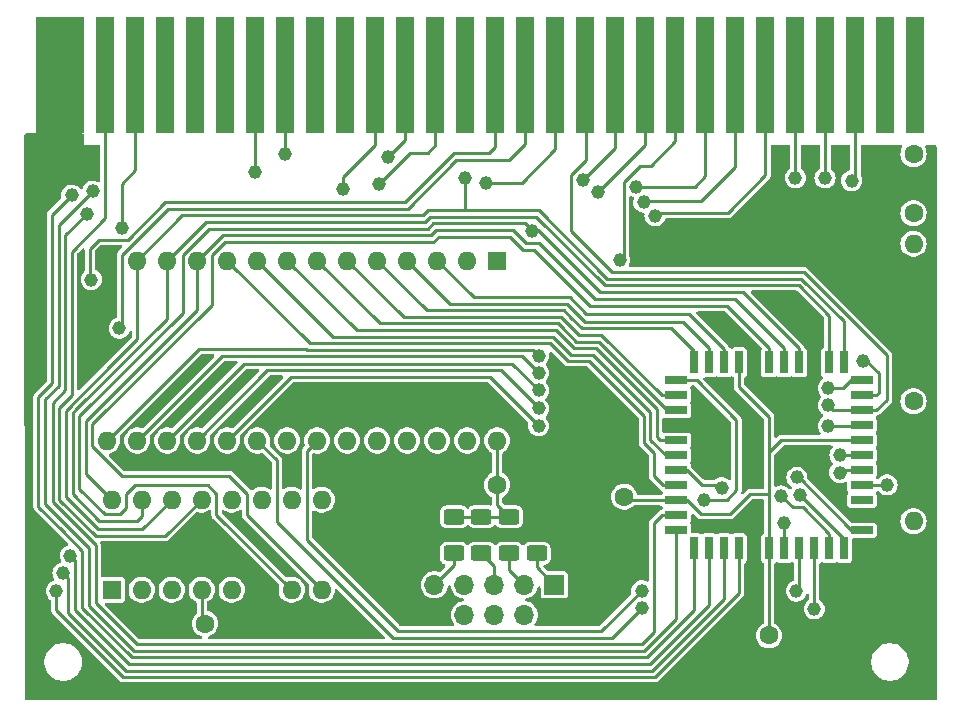
<source format=gbr>
%TF.GenerationSoftware,KiCad,Pcbnew,8.0.9-8.0.9-0~ubuntu24.04.1*%
%TF.CreationDate,2025-04-16T18:13:24-04:00*%
%TF.ProjectId,open_game_module,6f70656e-5f67-4616-9d65-5f6d6f64756c,rev?*%
%TF.SameCoordinates,Original*%
%TF.FileFunction,Copper,L1,Top*%
%TF.FilePolarity,Positive*%
%FSLAX46Y46*%
G04 Gerber Fmt 4.6, Leading zero omitted, Abs format (unit mm)*
G04 Created by KiCad (PCBNEW 8.0.9-8.0.9-0~ubuntu24.04.1) date 2025-04-16 18:13:24*
%MOMM*%
%LPD*%
G01*
G04 APERTURE LIST*
G04 Aperture macros list*
%AMRoundRect*
0 Rectangle with rounded corners*
0 $1 Rounding radius*
0 $2 $3 $4 $5 $6 $7 $8 $9 X,Y pos of 4 corners*
0 Add a 4 corners polygon primitive as box body*
4,1,4,$2,$3,$4,$5,$6,$7,$8,$9,$2,$3,0*
0 Add four circle primitives for the rounded corners*
1,1,$1+$1,$2,$3*
1,1,$1+$1,$4,$5*
1,1,$1+$1,$6,$7*
1,1,$1+$1,$8,$9*
0 Add four rect primitives between the rounded corners*
20,1,$1+$1,$2,$3,$4,$5,0*
20,1,$1+$1,$4,$5,$6,$7,0*
20,1,$1+$1,$6,$7,$8,$9,0*
20,1,$1+$1,$8,$9,$2,$3,0*%
G04 Aperture macros list end*
%TA.AperFunction,ComponentPad*%
%ADD10R,1.700000X1.700000*%
%TD*%
%TA.AperFunction,ComponentPad*%
%ADD11O,1.700000X1.700000*%
%TD*%
%TA.AperFunction,ComponentPad*%
%ADD12C,1.600000*%
%TD*%
%TA.AperFunction,SMDPad,CuDef*%
%ADD13RoundRect,0.250000X0.625000X-0.400000X0.625000X0.400000X-0.625000X0.400000X-0.625000X-0.400000X0*%
%TD*%
%TA.AperFunction,ComponentPad*%
%ADD14R,1.600000X1.600000*%
%TD*%
%TA.AperFunction,ComponentPad*%
%ADD15O,1.600000X1.600000*%
%TD*%
%TA.AperFunction,ConnectorPad*%
%ADD16R,2.032000X9.906000*%
%TD*%
%TA.AperFunction,ConnectorPad*%
%ADD17R,1.524000X9.906000*%
%TD*%
%TA.AperFunction,SMDPad,CuDef*%
%ADD18R,0.700000X1.925000*%
%TD*%
%TA.AperFunction,SMDPad,CuDef*%
%ADD19R,1.925000X0.700000*%
%TD*%
%TA.AperFunction,ViaPad*%
%ADD20C,1.168400*%
%TD*%
%TA.AperFunction,Conductor*%
%ADD21C,0.254000*%
%TD*%
G04 APERTURE END LIST*
D10*
%TO.P,J2,1,Pin_1*%
%TO.N,/TCK*%
X137830000Y-114710000D03*
D11*
%TO.P,J2,2,Pin_2*%
%TO.N,GNDD*%
X137830000Y-117250000D03*
%TO.P,J2,3,Pin_3*%
%TO.N,/TDO*%
X135290000Y-114710000D03*
%TO.P,J2,4,Pin_4*%
%TO.N,+5V*%
X135290000Y-117250000D03*
%TO.P,J2,5,Pin_5*%
%TO.N,/TMS*%
X132750000Y-114710000D03*
%TO.P,J2,6,Pin_6*%
%TO.N,unconnected-(J2-Pin_6-Pad6)*%
X132750000Y-117250000D03*
%TO.P,J2,7,Pin_7*%
%TO.N,unconnected-(J2-Pin_7-Pad7)*%
X130210000Y-114710000D03*
%TO.P,J2,8,Pin_8*%
%TO.N,unconnected-(J2-Pin_8-Pad8)*%
X130210000Y-117250000D03*
%TO.P,J2,9,Pin_9*%
%TO.N,/TDI*%
X127670000Y-114710000D03*
%TO.P,J2,10,Pin_10*%
%TO.N,GNDD*%
X127670000Y-117250000D03*
%TD*%
D12*
%TO.P,C1,1*%
%TO.N,+5V*%
X133000000Y-106250000D03*
%TO.P,C1,2*%
%TO.N,GNDD*%
X138000000Y-106250000D03*
%TD*%
%TO.P,C5,1*%
%TO.N,Net-(J1-Pin_31)*%
X168250000Y-78250000D03*
%TO.P,C5,2*%
%TO.N,Net-(C5-Pad2)*%
X168250000Y-83250000D03*
%TD*%
D13*
%TO.P,R2,1*%
%TO.N,/TMS*%
X131666668Y-112050000D03*
%TO.P,R2,2*%
%TO.N,+5V*%
X131666668Y-108950000D03*
%TD*%
D12*
%TO.P,C2,1*%
%TO.N,+5V*%
X143750000Y-107256250D03*
%TO.P,C2,2*%
%TO.N,GNDD*%
X143750000Y-102256250D03*
%TD*%
D13*
%TO.P,R1,1*%
%TO.N,/TDI*%
X129333334Y-112050000D03*
%TO.P,R1,2*%
%TO.N,+5V*%
X129333334Y-108950000D03*
%TD*%
D14*
%TO.P,U3,1,A14*%
%TO.N,/A14*%
X133000000Y-87260000D03*
D15*
%TO.P,U3,2,A12*%
%TO.N,/A12*%
X130460000Y-87260000D03*
%TO.P,U3,3,A7*%
%TO.N,/A7*%
X127920000Y-87260000D03*
%TO.P,U3,4,A6*%
%TO.N,/A6*%
X125380000Y-87260000D03*
%TO.P,U3,5,A5*%
%TO.N,/A5*%
X122840000Y-87260000D03*
%TO.P,U3,6,A4*%
%TO.N,/A4*%
X120300000Y-87260000D03*
%TO.P,U3,7,A3*%
%TO.N,/A3*%
X117760000Y-87260000D03*
%TO.P,U3,8,A2*%
%TO.N,/A2*%
X115220000Y-87260000D03*
%TO.P,U3,9,A1*%
%TO.N,/A1*%
X112680000Y-87260000D03*
%TO.P,U3,10,A0*%
%TO.N,/A0*%
X110140000Y-87260000D03*
%TO.P,U3,11,Q0*%
%TO.N,/D0*%
X107600000Y-87260000D03*
%TO.P,U3,12,Q1*%
%TO.N,/D1*%
X105060000Y-87260000D03*
%TO.P,U3,13,Q2*%
%TO.N,/D2*%
X102520000Y-87260000D03*
%TO.P,U3,14,GND*%
%TO.N,GNDD*%
X99980000Y-87260000D03*
%TO.P,U3,15,Q3*%
%TO.N,/D3*%
X99980000Y-102500000D03*
%TO.P,U3,16,Q4*%
%TO.N,/D4*%
X102520000Y-102500000D03*
%TO.P,U3,17,Q5*%
%TO.N,/D5*%
X105060000Y-102500000D03*
%TO.P,U3,18,Q6*%
%TO.N,/D6*%
X107600000Y-102500000D03*
%TO.P,U3,19,Q7*%
%TO.N,/D7*%
X110140000Y-102500000D03*
%TO.P,U3,20,~{CS}*%
%TO.N,/~{RAM_CS}*%
X112680000Y-102500000D03*
%TO.P,U3,21,A10*%
%TO.N,/A10*%
X115220000Y-102500000D03*
%TO.P,U3,22,~{OE}*%
%TO.N,/~{RAM_OE}*%
X117760000Y-102500000D03*
%TO.P,U3,23,A11*%
%TO.N,/A11*%
X120300000Y-102500000D03*
%TO.P,U3,24,A9*%
%TO.N,/A9*%
X122840000Y-102500000D03*
%TO.P,U3,25,A8*%
%TO.N,/A8*%
X125380000Y-102500000D03*
%TO.P,U3,26,A13*%
%TO.N,/A13*%
X127920000Y-102500000D03*
%TO.P,U3,27,~{WE}*%
%TO.N,/~{RAM_WE}*%
X130460000Y-102500000D03*
%TO.P,U3,28,VCC*%
%TO.N,+5V*%
X133000000Y-102500000D03*
%TD*%
D12*
%TO.P,C3,1*%
%TO.N,+5V*%
X156000000Y-119000000D03*
%TO.P,C3,2*%
%TO.N,GNDD*%
X161000000Y-119000000D03*
%TD*%
D14*
%TO.P,U2,1,~{WR}*%
%TO.N,/~{AY_WR}*%
X100350000Y-115130000D03*
D15*
%TO.P,U2,2,~{CS}*%
%TO.N,/~{AY_CS}*%
X102890000Y-115130000D03*
%TO.P,U2,3,A0*%
%TO.N,/AY_AS*%
X105430000Y-115130000D03*
%TO.P,U2,4,VDD*%
%TO.N,+5V*%
X107970000Y-115130000D03*
%TO.P,U2,5,OUT*%
%TO.N,Net-(U2-OUT)*%
X110510000Y-115130000D03*
%TO.P,U2,6,GND*%
%TO.N,GNDD*%
X113050000Y-115130000D03*
%TO.P,U2,7,CLK*%
%TO.N,/~{CLK}*%
X115590000Y-115130000D03*
%TO.P,U2,8,~{RESET}*%
%TO.N,/~{RESET}*%
X118130000Y-115130000D03*
%TO.P,U2,9,D7*%
%TO.N,/D7*%
X118130000Y-107510000D03*
%TO.P,U2,10,D6*%
%TO.N,/D6*%
X115590000Y-107510000D03*
%TO.P,U2,11,D5*%
%TO.N,/D5*%
X113050000Y-107510000D03*
%TO.P,U2,12,D4*%
%TO.N,/D4*%
X110510000Y-107510000D03*
%TO.P,U2,13,D3*%
%TO.N,/D3*%
X107970000Y-107510000D03*
%TO.P,U2,14,D2*%
%TO.N,/D2*%
X105430000Y-107510000D03*
%TO.P,U2,15,D1*%
%TO.N,/D1*%
X102890000Y-107510000D03*
%TO.P,U2,16,D0*%
%TO.N,/D0*%
X100350000Y-107510000D03*
%TD*%
D13*
%TO.P,R3,1*%
%TO.N,/TDO*%
X134000001Y-112050000D03*
%TO.P,R3,2*%
%TO.N,+5V*%
X134000001Y-108950000D03*
%TD*%
D16*
%TO.P,J1,1,Pin_1*%
%TO.N,GNDD*%
X95005000Y-71568000D03*
%TO.P,J1,2,Pin_2*%
X97037000Y-71568000D03*
D17*
%TO.P,J1,3,Pin_3*%
%TO.N,/D3*%
X99831000Y-71568000D03*
%TO.P,J1,4,Pin_4*%
%TO.N,/A14*%
X102371000Y-71568000D03*
%TO.P,J1,5,Pin_5*%
%TO.N,unconnected-(J1-Pin_5-Pad5)*%
X104911000Y-71568000D03*
%TO.P,J1,6,Pin_6*%
%TO.N,unconnected-(J1-Pin_6-Pad6)*%
X107451000Y-71568000D03*
%TO.P,J1,7,Pin_7*%
%TO.N,unconnected-(J1-Pin_7-Pad7)*%
X109991000Y-71568000D03*
%TO.P,J1,8,Pin_8*%
%TO.N,/~{WR}*%
X112531000Y-71568000D03*
%TO.P,J1,9,Pin_9*%
%TO.N,/~{NMI}*%
X115071000Y-71568000D03*
%TO.P,J1,10,Pin_10*%
%TO.N,unconnected-(J1-Pin_10-Pad10)*%
X117611000Y-71568000D03*
%TO.P,J1,11,Pin_11*%
%TO.N,unconnected-(J1-Pin_11-Pad11)*%
X120151000Y-71568000D03*
%TO.P,J1,12,Pin_12*%
%TO.N,/D1*%
X122691000Y-71568000D03*
%TO.P,J1,13,Pin_13*%
%TO.N,/~{RESET}*%
X125231000Y-71568000D03*
%TO.P,J1,14,Pin_14*%
%TO.N,/D0*%
X127771000Y-71568000D03*
%TO.P,J1,15,Pin_15*%
%TO.N,unconnected-(J1-Pin_15-Pad15)*%
X130311000Y-71568000D03*
%TO.P,J1,16,Pin_16*%
%TO.N,/D7*%
X132851000Y-71568000D03*
%TO.P,J1,17,Pin_17*%
%TO.N,/D6*%
X135391000Y-71568000D03*
%TO.P,J1,18,Pin_18*%
%TO.N,/A1*%
X137931000Y-71568000D03*
%TO.P,J1,19,Pin_19*%
%TO.N,/D4*%
X140471000Y-71568000D03*
%TO.P,J1,20,Pin_20*%
%TO.N,/A2*%
X143011000Y-71568000D03*
%TO.P,J1,21,Pin_21*%
%TO.N,/A4*%
X145551000Y-71568000D03*
%TO.P,J1,22,Pin_22*%
%TO.N,/A13*%
X148091000Y-71568000D03*
%TO.P,J1,23,Pin_23*%
%TO.N,/A5*%
X150631000Y-71568000D03*
%TO.P,J1,24,Pin_24*%
%TO.N,/A6*%
X153171000Y-71568000D03*
%TO.P,J1,25,Pin_25*%
%TO.N,/A7*%
X155711000Y-71568000D03*
%TO.P,J1,26,Pin_26*%
%TO.N,/A8*%
X158251000Y-71568000D03*
%TO.P,J1,27,Pin_27*%
%TO.N,/A9*%
X160791000Y-71568000D03*
%TO.P,J1,28,Pin_28*%
%TO.N,/A10*%
X163331000Y-71568000D03*
%TO.P,J1,29,Pin_29*%
%TO.N,unconnected-(J1-Pin_29-Pad29)*%
X165871000Y-71568000D03*
%TO.P,J1,30,Pin_30*%
%TO.N,unconnected-(J1-Pin_30-Pad30)*%
X168411000Y-71568000D03*
%TD*%
D18*
%TO.P,U1,1,INPUT/GCLRn*%
%TO.N,/~{RESET}*%
X156023750Y-95883750D03*
%TO.P,U1,2,INPUT/OE2/GCLK2*%
%TO.N,GNDD*%
X154753750Y-95883750D03*
%TO.P,U1,3,VCC*%
%TO.N,+5V*%
X153483750Y-95883750D03*
%TO.P,U1,4,I/0*%
%TO.N,/A7*%
X152213750Y-95883750D03*
%TO.P,U1,5,I/O*%
%TO.N,/A6*%
X150943750Y-95883750D03*
%TO.P,U1,6,I/O*%
%TO.N,/A5*%
X149673750Y-95883750D03*
D19*
%TO.P,U1,7,I/O/(TDI)*%
%TO.N,/TDI*%
X148161250Y-97396250D03*
%TO.P,U1,8,I/O*%
%TO.N,/A4*%
X148161250Y-98666250D03*
%TO.P,U1,9,I/O*%
%TO.N,/A3*%
X148161250Y-99936250D03*
%TO.P,U1,10,GND*%
%TO.N,GNDD*%
X148161250Y-101206250D03*
%TO.P,U1,11,I/O*%
%TO.N,/A2*%
X148161250Y-102476250D03*
%TO.P,U1,12,I/O*%
%TO.N,/A1*%
X148161250Y-103746250D03*
%TO.P,U1,13,I/O/(TMS)*%
%TO.N,/TMS*%
X148161250Y-105016250D03*
%TO.P,U1,14,I/O*%
%TO.N,/A0*%
X148161250Y-106286250D03*
%TO.P,U1,15,VCC*%
%TO.N,+5V*%
X148161250Y-107556250D03*
%TO.P,U1,16,I/O*%
%TO.N,/~{RFSH}*%
X148161250Y-108826250D03*
%TO.P,U1,17,I/O*%
%TO.N,/~{NMI}*%
X148161250Y-110096250D03*
D18*
%TO.P,U1,18,I/O*%
%TO.N,/~{WR}*%
X149673750Y-111608750D03*
%TO.P,U1,19,I/O*%
%TO.N,/~{RD}*%
X150943750Y-111608750D03*
%TO.P,U1,20,I/O*%
%TO.N,/~{MREQ}*%
X152213750Y-111608750D03*
%TO.P,U1,21,I/O*%
%TO.N,/~{IORQ}*%
X153483750Y-111608750D03*
%TO.P,U1,22,GND*%
%TO.N,GNDD*%
X154753750Y-111608750D03*
%TO.P,U1,23,VCC*%
%TO.N,+5V*%
X156023750Y-111608750D03*
%TO.P,U1,24,I/O*%
%TO.N,/~{RAM_WE}*%
X157293750Y-111608750D03*
%TO.P,U1,25,I/O*%
%TO.N,/~{RAM_OE}*%
X158563750Y-111608750D03*
%TO.P,U1,26,I/O*%
%TO.N,/~{RAM_CS}*%
X159833750Y-111608750D03*
%TO.P,U1,27,I/O*%
%TO.N,/AY_AS*%
X161103750Y-111608750D03*
%TO.P,U1,28,I/O*%
%TO.N,/~{AY_CS}*%
X162373750Y-111608750D03*
D19*
%TO.P,U1,29,I/O*%
%TO.N,/~{AY_WR}*%
X163886250Y-110096250D03*
%TO.P,U1,30,GND*%
%TO.N,GNDD*%
X163886250Y-108826250D03*
%TO.P,U1,31,I/O*%
%TO.N,unconnected-(U1-I{slash}O-Pad31)*%
X163886250Y-107556250D03*
%TO.P,U1,32,I/O/(TCK)*%
%TO.N,/TCK*%
X163886250Y-106286250D03*
%TO.P,U1,33,I/O*%
%TO.N,/D7*%
X163886250Y-105016250D03*
%TO.P,U1,34,I/O*%
%TO.N,/D6*%
X163886250Y-103746250D03*
%TO.P,U1,35,VCC*%
%TO.N,+5V*%
X163886250Y-102476250D03*
%TO.P,U1,36,I/O*%
%TO.N,/D5*%
X163886250Y-101206250D03*
%TO.P,U1,37,I/O*%
%TO.N,/D4*%
X163886250Y-99936250D03*
%TO.P,U1,38,I/O/(TDO)*%
%TO.N,/TDO*%
X163886250Y-98666250D03*
%TO.P,U1,39,I/O*%
%TO.N,/D3*%
X163886250Y-97396250D03*
D18*
%TO.P,U1,40,I/O*%
%TO.N,/D2*%
X162373750Y-95883750D03*
%TO.P,U1,41,I/O*%
%TO.N,/D1*%
X161103750Y-95883750D03*
%TO.P,U1,42,GND*%
%TO.N,GNDD*%
X159833750Y-95883750D03*
%TO.P,U1,43,INPUT/GCLK1*%
%TO.N,/~{CLK}*%
X158563750Y-95883750D03*
%TO.P,U1,44,INPUT/OE1*%
%TO.N,/D0*%
X157293750Y-95883750D03*
%TD*%
D13*
%TO.P,R4,1*%
%TO.N,/TCK*%
X136333334Y-112050000D03*
%TO.P,R4,2*%
%TO.N,GNDD*%
X136333334Y-108950000D03*
%TD*%
D12*
%TO.P,C4,1*%
%TO.N,+5V*%
X108270000Y-118010000D03*
%TO.P,C4,2*%
%TO.N,GNDD*%
X113270000Y-118010000D03*
%TD*%
%TO.P,R6,1*%
%TO.N,GNDD*%
X168250000Y-96000000D03*
D15*
%TO.P,R6,2*%
%TO.N,Net-(C5-Pad2)*%
X168250000Y-85840000D03*
%TD*%
D12*
%TO.P,R5,1*%
%TO.N,Net-(C5-Pad2)*%
X168250000Y-99170000D03*
D15*
%TO.P,R5,2*%
%TO.N,Net-(U2-OUT)*%
X168250000Y-109330000D03*
%TD*%
D20*
%TO.N,GNDD*%
X154750000Y-102500000D03*
X116500000Y-99500000D03*
X93625000Y-77875000D03*
X101000000Y-112250000D03*
X154500000Y-109250000D03*
X158000000Y-92000000D03*
X151750000Y-102500000D03*
X98250000Y-95500000D03*
%TO.N,/A6*%
X145407808Y-82326050D03*
%TO.N,/D4*%
X136520000Y-96786797D03*
X161020000Y-99510000D03*
%TO.N,/A4*%
X141500000Y-81484000D03*
%TO.N,/D0*%
X123000000Y-80750000D03*
%TO.N,/A14*%
X101250000Y-84484000D03*
%TO.N,/~{WR}*%
X96969738Y-81719738D03*
X112500000Y-79750000D03*
%TO.N,/~{CLK}*%
X135951200Y-84776000D03*
%TO.N,/D1*%
X119979624Y-81232748D03*
%TO.N,/D2*%
X130250000Y-80250000D03*
%TO.N,/~{RFSH}*%
X98281579Y-83281579D03*
%TO.N,/~{IORQ}*%
X95675200Y-115250000D03*
%TO.N,/~{MREQ}*%
X96234000Y-113713323D03*
%TO.N,/A5*%
X144766000Y-81000000D03*
%TO.N,/A8*%
X158250000Y-80250000D03*
%TO.N,/A9*%
X160750000Y-80250000D03*
%TO.N,/D6*%
X101000000Y-93000000D03*
X136520000Y-99786797D03*
X162006884Y-103734332D03*
%TO.N,/A10*%
X163000000Y-80500000D03*
%TO.N,/A1*%
X132087486Y-80674000D03*
%TO.N,/A13*%
X143375000Y-87218183D03*
%TO.N,/D3*%
X136520000Y-95313594D03*
X161020000Y-98036797D03*
%TO.N,/~{RD}*%
X96866400Y-112250000D03*
%TO.N,/~{RESET}*%
X123750000Y-78500000D03*
%TO.N,/D5*%
X161020000Y-101260000D03*
X136520000Y-98260000D03*
%TO.N,/~{NMI}*%
X115000000Y-78250000D03*
X98742718Y-81383600D03*
%TO.N,/D7*%
X136520000Y-101260000D03*
X98625000Y-88875000D03*
X161998934Y-105207513D03*
%TO.N,/A7*%
X146354260Y-83455012D03*
%TO.N,/A2*%
X140250000Y-80468000D03*
%TO.N,/TCK*%
X166000000Y-106250000D03*
%TO.N,/TDO*%
X164000000Y-95750000D03*
%TO.N,/TDI*%
X150500000Y-107500000D03*
%TO.N,/TMS*%
X152000000Y-106500000D03*
%TO.N,/~{AY_WR}*%
X158369623Y-105630378D03*
%TO.N,/AY_AS*%
X157057781Y-107192219D03*
%TO.N,/~{RAM_OE}*%
X145234000Y-115223203D03*
X158313750Y-115250000D03*
%TO.N,/~{RAM_CS}*%
X145234000Y-116696406D03*
X159833750Y-116750000D03*
%TO.N,/~{RAM_WE}*%
X157250000Y-109500000D03*
%TO.N,/~{AY_CS}*%
X158598529Y-107151471D03*
%TD*%
D21*
%TO.N,+5V*%
X143750000Y-107256250D02*
X144050000Y-107556250D01*
X133000000Y-107949999D02*
X134000001Y-108950000D01*
X156023750Y-103500000D02*
X157047500Y-102476250D01*
X156023750Y-118976250D02*
X156000000Y-119000000D01*
X156023750Y-107506250D02*
X156023750Y-100513750D01*
X134000001Y-108950000D02*
X129333334Y-108950000D01*
X154430591Y-107006250D02*
X156023750Y-107006250D01*
X156023750Y-111608750D02*
X156023750Y-118976250D01*
X156023750Y-100513750D02*
X153483750Y-97973750D01*
X107970000Y-115130000D02*
X107970000Y-117710000D01*
X149067350Y-107556250D02*
X150261100Y-108750000D01*
X151579159Y-108741248D02*
X152695593Y-108741248D01*
X156023750Y-107006250D02*
X156023750Y-103500000D01*
X133000000Y-102500000D02*
X133000000Y-106250000D01*
X153483750Y-97973750D02*
X153483750Y-95883750D01*
X156023750Y-111608750D02*
X156023750Y-107506250D01*
X148161250Y-107556250D02*
X149067350Y-107556250D01*
X150261100Y-108750000D02*
X151570407Y-108750000D01*
X157047500Y-102476250D02*
X163886250Y-102476250D01*
X156023750Y-107506250D02*
X156023750Y-107006250D01*
X151570407Y-108750000D02*
X151579159Y-108741248D01*
X133000000Y-106250000D02*
X133000000Y-107949999D01*
X152695593Y-108741248D02*
X154430591Y-107006250D01*
X144050000Y-107556250D02*
X148161250Y-107556250D01*
X107970000Y-117710000D02*
X108270000Y-118010000D01*
%TO.N,GNDD*%
X93625000Y-77875000D02*
X94250000Y-77250000D01*
X95005000Y-76495000D02*
X95005000Y-71568000D01*
X94250000Y-77250000D02*
X95005000Y-76495000D01*
X97037000Y-71568000D02*
X94250000Y-74355000D01*
X94250000Y-74355000D02*
X94250000Y-77250000D01*
%TO.N,/A6*%
X153171000Y-79329000D02*
X153171000Y-71568000D01*
X140441200Y-92441200D02*
X138907200Y-90907200D01*
X150250000Y-82250000D02*
X153171000Y-79329000D01*
X138907200Y-90907200D02*
X129027200Y-90907200D01*
X145407808Y-82326050D02*
X145483858Y-82250000D01*
X150943750Y-95883750D02*
X150943750Y-94667250D01*
X129027200Y-90907200D02*
X125380000Y-87260000D01*
X145483858Y-82250000D02*
X150250000Y-82250000D01*
X150943750Y-94667250D02*
X148717700Y-92441200D01*
X148717700Y-92441200D02*
X140441200Y-92441200D01*
%TO.N,/D4*%
X135110803Y-95377600D02*
X136520000Y-96786797D01*
X140500000Y-78781159D02*
X140500000Y-71597000D01*
X139234000Y-84734000D02*
X139234000Y-80047159D01*
X139234000Y-80047159D02*
X140500000Y-78781159D01*
X166000000Y-99039000D02*
X166000000Y-95250000D01*
X158984183Y-88234183D02*
X142734183Y-88234183D01*
X161020000Y-99510000D02*
X161446250Y-99936250D01*
X142734183Y-88234183D02*
X139234000Y-84734000D01*
X116677074Y-95377600D02*
X135110803Y-95377600D01*
X140500000Y-71597000D02*
X140471000Y-71568000D01*
X116608274Y-95308800D02*
X116677074Y-95377600D01*
X165102750Y-99936250D02*
X166000000Y-99039000D01*
X102520000Y-102500000D02*
X109711200Y-95308800D01*
X166000000Y-95250000D02*
X158984183Y-88234183D01*
X161446250Y-99936250D02*
X163886250Y-99936250D01*
X109711200Y-95308800D02*
X116608274Y-95308800D01*
X163886250Y-99936250D02*
X165102750Y-99936250D01*
%TO.N,/A4*%
X148161250Y-98666250D02*
X146916250Y-98666250D01*
X141500000Y-81484000D02*
X141516000Y-81484000D01*
X138724955Y-92352138D02*
X138724955Y-92352137D01*
X125064800Y-92024800D02*
X120300000Y-87260000D01*
X139931617Y-93558800D02*
X138724955Y-92352138D01*
X146916250Y-98666250D02*
X141808800Y-93558800D01*
X138397618Y-92024800D02*
X125064800Y-92024800D01*
X141808800Y-93558800D02*
X139931617Y-93558800D01*
X141516000Y-81484000D02*
X145551000Y-77449000D01*
X145551000Y-77449000D02*
X145551000Y-71568000D01*
X138724955Y-92352137D02*
X138397618Y-92024800D01*
%TO.N,/D0*%
X141290977Y-90540977D02*
X136542000Y-85792000D01*
X127750000Y-77000000D02*
X127771000Y-76979000D01*
X109742400Y-85117600D02*
X107600000Y-87260000D01*
X153167477Y-90540977D02*
X141290977Y-90540977D01*
X125623683Y-78126317D02*
X127123683Y-78126317D01*
X98161479Y-105321479D02*
X98161479Y-100868521D01*
X100350000Y-107510000D02*
X98161479Y-105321479D01*
X127366220Y-85117600D02*
X109742400Y-85117600D01*
X134315614Y-84676400D02*
X127807420Y-84676400D01*
X127807420Y-84676400D02*
X127366220Y-85117600D01*
X127750000Y-77500000D02*
X127750000Y-77000000D01*
X157293750Y-95883750D02*
X157293750Y-94667250D01*
X136542000Y-85792000D02*
X135431214Y-85792000D01*
X157293750Y-94667250D02*
X153167477Y-90540977D01*
X135431214Y-85792000D02*
X134315614Y-84676400D01*
X127123683Y-78126317D02*
X127750000Y-77500000D01*
X123000000Y-80750000D02*
X125623683Y-78126317D01*
X98161479Y-100868521D02*
X107600000Y-91430000D01*
X107600000Y-91430000D02*
X107600000Y-87260000D01*
X127771000Y-76979000D02*
X127771000Y-71568000D01*
%TO.N,/A14*%
X101250000Y-84484000D02*
X101250000Y-80750000D01*
X102371000Y-79629000D02*
X102371000Y-71568000D01*
X101250000Y-80750000D02*
X102371000Y-79629000D01*
%TO.N,/~{WR}*%
X102037075Y-120867600D02*
X97882400Y-116712925D01*
X112531000Y-76719000D02*
X112531000Y-71568000D01*
X94146839Y-98812899D02*
X95323600Y-97636138D01*
X97882400Y-116712925D02*
X97882400Y-111823711D01*
X145679767Y-120867600D02*
X102037075Y-120867600D01*
X96115675Y-110056986D02*
X96115673Y-110056986D01*
X149673750Y-111608750D02*
X149673750Y-116873617D01*
X97882400Y-111823711D02*
X96115675Y-110056986D01*
X94146839Y-108088152D02*
X94146839Y-98812899D01*
X149673750Y-116873617D02*
X145679767Y-120867600D01*
X95323600Y-83365876D02*
X96969738Y-81719738D01*
X96115673Y-110056986D02*
X94146839Y-108088152D01*
X112500000Y-76750000D02*
X112531000Y-76719000D01*
X95323600Y-97636138D02*
X95323600Y-83365876D01*
X112500000Y-79750000D02*
X112500000Y-76750000D01*
%TO.N,/A0*%
X145408097Y-100408097D02*
X145408097Y-102689460D01*
X145408097Y-102689460D02*
X146250000Y-103531363D01*
X147036250Y-106286250D02*
X148161250Y-106286250D01*
X146250000Y-105500000D02*
X147036250Y-106286250D01*
X140794000Y-95794000D02*
X145408097Y-100408097D01*
X139005768Y-95794000D02*
X140794000Y-95794000D01*
X146250000Y-103531363D02*
X146250000Y-105500000D01*
X117140000Y-94260000D02*
X137471768Y-94260000D01*
X110140000Y-87260000D02*
X117140000Y-94260000D01*
X137471768Y-94260000D02*
X139005768Y-95794000D01*
%TO.N,/A3*%
X147395988Y-99936250D02*
X148161250Y-99936250D01*
X117760000Y-87260000D02*
X123083600Y-92583600D01*
X123083600Y-92583600D02*
X138166155Y-92583601D01*
X138493493Y-92910938D02*
X139700155Y-94117600D01*
X141577338Y-94117600D02*
X147395988Y-99936250D01*
X139700155Y-94117600D02*
X141577338Y-94117600D01*
X138166155Y-92583601D02*
X138493493Y-92910938D01*
%TO.N,/~{CLK}*%
X106368200Y-91661800D02*
X106368200Y-86749771D01*
X127134757Y-84558800D02*
X127575957Y-84117600D01*
X106368200Y-86749771D02*
X108559171Y-84558800D01*
X101038200Y-108741800D02*
X99751800Y-108741800D01*
X141674881Y-89924881D02*
X153821381Y-89924881D01*
X158563750Y-94667250D02*
X158563750Y-95883750D01*
X115590000Y-115130000D02*
X109230000Y-108770000D01*
X101581800Y-108198200D02*
X101038200Y-108741800D01*
X108559171Y-84558800D02*
X127134757Y-84558800D01*
X109230000Y-108770000D02*
X109230000Y-107027971D01*
X99751800Y-108741800D02*
X97602679Y-106592679D01*
X136451200Y-84701200D02*
X141674881Y-89924881D01*
X97602679Y-106592679D02*
X97602679Y-100427321D01*
X135951200Y-84701200D02*
X136451200Y-84701200D01*
X108480229Y-106278200D02*
X102303371Y-106278200D01*
X102303371Y-106278200D02*
X101581800Y-106999771D01*
X135367600Y-84117600D02*
X135951200Y-84701200D01*
X109230000Y-107027971D02*
X108480229Y-106278200D01*
X101581800Y-106999771D02*
X101581800Y-108198200D01*
X97602679Y-100427321D02*
X106368200Y-91661800D01*
X153821381Y-89924881D02*
X158563750Y-94667250D01*
X127575957Y-84117600D02*
X135367600Y-84117600D01*
X135951200Y-84701200D02*
X135951200Y-84776000D01*
%TO.N,/D1*%
X105060000Y-87260000D02*
X108320000Y-84000000D01*
X126903294Y-84000000D02*
X127344494Y-83558800D01*
X136308799Y-83558800D02*
X142101782Y-89351783D01*
X97371216Y-99868521D02*
X97043879Y-100195858D01*
X105060000Y-87260000D02*
X105060000Y-92179738D01*
X119979624Y-81232748D02*
X119979624Y-80176100D01*
X142101782Y-89351783D02*
X158521259Y-89351783D01*
X108320000Y-84000000D02*
X126903294Y-84000000D01*
X102479400Y-109300600D02*
X102890000Y-108890000D01*
X97371217Y-99868521D02*
X97371216Y-99868521D01*
X99310600Y-109300600D02*
X102479400Y-109300600D01*
X158521259Y-89351783D02*
X161103750Y-91934274D01*
X97043879Y-100195858D02*
X97043879Y-107033879D01*
X97043879Y-107033879D02*
X99310600Y-109300600D01*
X122691000Y-77464724D02*
X122691000Y-71568000D01*
X161103750Y-91934274D02*
X161103750Y-95883750D01*
X105060000Y-92179738D02*
X97371217Y-99868521D01*
X119979624Y-80176100D02*
X122691000Y-77464724D01*
X127344494Y-83558800D02*
X136308799Y-83558800D01*
X102890000Y-108890000D02*
X102890000Y-107510000D01*
%TO.N,/D2*%
X162373750Y-92414012D02*
X162373750Y-95883750D01*
X136540262Y-83000000D02*
X142333245Y-88792983D01*
X130250000Y-80250000D02*
X130250000Y-83000000D01*
X127113031Y-83000000D02*
X126671831Y-83441200D01*
X106338800Y-83441200D02*
X102520000Y-87260000D01*
X102520000Y-93929476D02*
X100509520Y-95939955D01*
X96485079Y-99964396D02*
X96485079Y-107265341D01*
X102520000Y-87260000D02*
X102520000Y-93929476D01*
X100509520Y-95939955D02*
X96485079Y-99964396D01*
X158752721Y-88792983D02*
X162373750Y-92414012D01*
X142333245Y-88792983D02*
X158752721Y-88792983D01*
X99229738Y-110010000D02*
X102930000Y-110010000D01*
X96485079Y-107265341D02*
X99229738Y-110010000D01*
X130250000Y-83000000D02*
X127113031Y-83000000D01*
X126671831Y-83441200D02*
X106338800Y-83441200D01*
X102930000Y-110010000D02*
X105430000Y-107510000D01*
X129750000Y-83000000D02*
X136540262Y-83000000D01*
%TO.N,/~{RFSH}*%
X102500000Y-119750000D02*
X145216841Y-119750000D01*
X95367479Y-107728267D02*
X99000000Y-111360788D01*
X96441200Y-85121958D02*
X96441200Y-98250000D01*
X146250000Y-118716841D02*
X146250000Y-109521000D01*
X95362137Y-100895588D02*
X95367479Y-100900930D01*
X99000000Y-111360788D02*
X99000000Y-116250000D01*
X95367479Y-100900930D02*
X95367479Y-107728267D01*
X146250000Y-109521000D02*
X146944750Y-108826250D01*
X98281579Y-83281579D02*
X96441200Y-85121958D01*
X96441200Y-98250000D02*
X95362137Y-99329063D01*
X95362137Y-99329063D02*
X95362137Y-100895588D01*
X99000000Y-116250000D02*
X102500000Y-119750000D01*
X145216841Y-119750000D02*
X146250000Y-118716841D01*
X146944750Y-108826250D02*
X148161250Y-108826250D01*
%TO.N,/~{IORQ}*%
X95675200Y-116876513D02*
X95675200Y-115250000D01*
X153483750Y-111608750D02*
X153483750Y-115434405D01*
X153483750Y-115434405D02*
X147709077Y-121209079D01*
X146374156Y-122544000D02*
X101342687Y-122544000D01*
X147709077Y-121209079D02*
X146374156Y-122544000D01*
X101342687Y-122544000D02*
X95675200Y-116876513D01*
%TO.N,/~{MREQ}*%
X96234000Y-113713323D02*
X96691200Y-114170523D01*
X152213750Y-115914143D02*
X152213750Y-111608750D01*
X101574150Y-121985200D02*
X146142693Y-121985200D01*
X146142693Y-121985200D02*
X152213750Y-115914143D01*
X96691200Y-117102250D02*
X101574150Y-121985200D01*
X96691200Y-114170523D02*
X96691200Y-117102250D01*
%TO.N,/A5*%
X138629080Y-91466000D02*
X139283755Y-92120675D01*
X144766000Y-81000000D02*
X149750000Y-81000000D01*
X139283755Y-92120676D02*
X140163079Y-93000000D01*
X127046000Y-91466000D02*
X138629080Y-91466000D01*
X149673750Y-94923750D02*
X149673750Y-95883750D01*
X122840000Y-87260000D02*
X127046000Y-91466000D01*
X140163079Y-93000000D02*
X147750000Y-93000000D01*
X149750000Y-81000000D02*
X150631000Y-80119000D01*
X139283755Y-92120675D02*
X139283755Y-92120676D01*
X147750000Y-93000000D02*
X149673750Y-94923750D01*
X150631000Y-80119000D02*
X150631000Y-71568000D01*
%TO.N,/A8*%
X158250000Y-80250000D02*
X158251000Y-80249000D01*
X158251000Y-80249000D02*
X158251000Y-71568000D01*
%TO.N,/A9*%
X160750000Y-79750000D02*
X160791000Y-79709000D01*
X160791000Y-79709000D02*
X160791000Y-71568000D01*
X160750000Y-80250000D02*
X160750000Y-79750000D01*
%TO.N,/D6*%
X134000000Y-78750000D02*
X135391000Y-77359000D01*
X162018802Y-103746250D02*
X163886250Y-103746250D01*
X113541200Y-96558800D02*
X107600000Y-102500000D01*
X105117600Y-82882400D02*
X125407863Y-82882400D01*
X101211800Y-92788200D02*
X101211800Y-86788200D01*
X125407863Y-82882400D02*
X129540263Y-78750000D01*
X101211800Y-86788200D02*
X105117600Y-82882400D01*
X101000000Y-93000000D02*
X101211800Y-92788200D01*
X162006884Y-103734332D02*
X162018802Y-103746250D01*
X135391000Y-77359000D02*
X135391000Y-71568000D01*
X129540263Y-78750000D02*
X134000000Y-78750000D01*
X136520000Y-99786797D02*
X133292003Y-96558800D01*
X133292003Y-96558800D02*
X113541200Y-96558800D01*
%TO.N,/A10*%
X163331000Y-71568000D02*
X163331000Y-80169000D01*
X163331000Y-80169000D02*
X163000000Y-80500000D01*
%TO.N,/A1*%
X145966897Y-102457997D02*
X145966897Y-100087683D01*
X148161250Y-103746250D02*
X147255150Y-103746250D01*
X141114414Y-95235200D02*
X139237230Y-95235200D01*
X135076000Y-80674000D02*
X137931000Y-77819000D01*
X147255150Y-103746250D02*
X145966897Y-102457997D01*
X145966897Y-100087683D02*
X141114414Y-95235200D01*
X132087486Y-80674000D02*
X135076000Y-80674000D01*
X119121200Y-93701200D02*
X112680000Y-87260000D01*
X139237230Y-95235200D02*
X137703230Y-93701200D01*
X137931000Y-77819000D02*
X137931000Y-71568000D01*
X137703230Y-93701200D02*
X119121200Y-93701200D01*
%TO.N,/A13*%
X145079159Y-79250000D02*
X146000000Y-79250000D01*
X143375000Y-87218183D02*
X143750000Y-86843183D01*
X146000000Y-79250000D02*
X148091000Y-77159000D01*
X143750000Y-80579159D02*
X145079159Y-79250000D01*
X143750000Y-86843183D02*
X143750000Y-80579159D01*
X148091000Y-77159000D02*
X148091000Y-71568000D01*
%TO.N,/D3*%
X99831000Y-83669000D02*
X99831000Y-71568000D01*
X162296797Y-98036797D02*
X162937344Y-97396250D01*
X95926279Y-100669467D02*
X95920937Y-100664125D01*
X95926279Y-107496804D02*
X95926279Y-100669467D01*
X98998275Y-110568800D02*
X95926279Y-107496804D01*
X136025206Y-94818800D02*
X136520000Y-95313594D01*
X99980000Y-102500000D02*
X107730000Y-94750000D01*
X162937344Y-97396250D02*
X163886250Y-97396250D01*
X104911200Y-110568800D02*
X98998275Y-110568800D01*
X116908537Y-94818800D02*
X136025206Y-94818800D01*
X116839737Y-94750000D02*
X116908537Y-94818800D01*
X97000000Y-98659213D02*
X97000000Y-86500000D01*
X95920937Y-99738276D02*
X97000000Y-98659213D01*
X161020000Y-98036797D02*
X162296797Y-98036797D01*
X97000000Y-86500000D02*
X99831000Y-83669000D01*
X95920937Y-100664125D02*
X95920937Y-99738276D01*
X107970000Y-107510000D02*
X104911200Y-110568800D01*
X107730000Y-94750000D02*
X116839737Y-94750000D01*
%TO.N,/~{RD}*%
X150943750Y-116393880D02*
X150943750Y-111608750D01*
X101805612Y-121426400D02*
X145911230Y-121426400D01*
X96866400Y-112250000D02*
X97250000Y-112633600D01*
X97250000Y-116870788D02*
X101805612Y-121426400D01*
X97250000Y-112633600D02*
X97250000Y-116870788D01*
X145911230Y-121426400D02*
X150943750Y-116393880D01*
%TO.N,/~{RESET}*%
X152484918Y-91128418D02*
X140878418Y-91128418D01*
X140878418Y-91128418D02*
X136100800Y-86350800D01*
X125231000Y-77019000D02*
X125231000Y-71568000D01*
X101247971Y-105510000D02*
X110328429Y-105510000D01*
X127597683Y-85676400D02*
X109981571Y-85676400D01*
X110328429Y-105510000D02*
X111818200Y-106999771D01*
X98720279Y-101099983D02*
X98720279Y-102982308D01*
X156023750Y-95883750D02*
X156023750Y-94667250D01*
X108831800Y-90988462D02*
X98720279Y-101099983D01*
X108831800Y-86826171D02*
X108831800Y-90988462D01*
X135199752Y-86350800D02*
X134084152Y-85235200D01*
X123750000Y-78500000D02*
X125231000Y-77019000D01*
X134084152Y-85235200D02*
X128038883Y-85235200D01*
X128038883Y-85235200D02*
X127597683Y-85676400D01*
X156023750Y-94667250D02*
X152484918Y-91128418D01*
X109981571Y-85676400D02*
X108831800Y-86826171D01*
X111818200Y-108818200D02*
X118130000Y-115130000D01*
X136100800Y-86350800D02*
X135199752Y-86350800D01*
X111818200Y-106999771D02*
X111818200Y-108818200D01*
X98720279Y-102982308D02*
X101247971Y-105510000D01*
%TO.N,/D5*%
X111560000Y-96000000D02*
X105060000Y-102500000D01*
X136520000Y-98260000D02*
X134260000Y-96000000D01*
X163832500Y-101260000D02*
X163886250Y-101206250D01*
X161020000Y-101260000D02*
X163832500Y-101260000D01*
X134260000Y-96000000D02*
X111560000Y-96000000D01*
%TO.N,/~{NMI}*%
X95882400Y-97867600D02*
X95882400Y-84243918D01*
X115000000Y-78250000D02*
X115071000Y-78179000D01*
X94750000Y-107901050D02*
X94750000Y-99000000D01*
X148161250Y-110096250D02*
X148161250Y-117595854D01*
X98441198Y-116481460D02*
X98441198Y-111592247D01*
X95882400Y-84243918D02*
X98742718Y-81383600D01*
X94750000Y-99000000D02*
X95882400Y-97867600D01*
X98441198Y-111592247D02*
X96674475Y-109825524D01*
X96674474Y-109825524D02*
X94750000Y-107901050D01*
X148161250Y-117595854D02*
X145448304Y-120308800D01*
X115071000Y-78179000D02*
X115071000Y-71568000D01*
X102268538Y-120308800D02*
X98441198Y-116481460D01*
X96674475Y-109825524D02*
X96674474Y-109825524D01*
X145448304Y-120308800D02*
X102268538Y-120308800D01*
%TO.N,/D7*%
X101709738Y-85500000D02*
X104886138Y-82323600D01*
X132851000Y-77649000D02*
X132851000Y-71568000D01*
X132308800Y-78191200D02*
X132851000Y-77649000D01*
X104886138Y-82323600D02*
X125176400Y-82323600D01*
X98500000Y-88750000D02*
X98500000Y-86250000D01*
X129308800Y-78191200D02*
X132308800Y-78191200D01*
X98500000Y-86250000D02*
X99250000Y-85500000D01*
X162276250Y-105016250D02*
X163886250Y-105016250D01*
X115522400Y-97117600D02*
X110140000Y-102500000D01*
X99250000Y-85500000D02*
X101709738Y-85500000D01*
X162084987Y-105207513D02*
X162276250Y-105016250D01*
X98625000Y-88875000D02*
X98500000Y-88750000D01*
X161998934Y-105207513D02*
X162084987Y-105207513D01*
X136520000Y-101260000D02*
X132377600Y-97117600D01*
X132377600Y-97117600D02*
X115522400Y-97117600D01*
X125176400Y-82323600D02*
X129308800Y-78191200D01*
%TO.N,/A7*%
X146559272Y-83250000D02*
X152500000Y-83250000D01*
X155711000Y-80039000D02*
X155711000Y-71568000D01*
X146354260Y-83455012D02*
X146559272Y-83250000D01*
X149250000Y-91750000D02*
X152213750Y-94713750D01*
X152500000Y-83250000D02*
X155711000Y-80039000D01*
X131008400Y-90348400D02*
X139138662Y-90348400D01*
X139138662Y-90348400D02*
X140540262Y-91750000D01*
X140540262Y-91750000D02*
X149250000Y-91750000D01*
X152213750Y-94713750D02*
X152213750Y-95883750D01*
X127920000Y-87260000D02*
X131008400Y-90348400D01*
%TO.N,/A2*%
X146775412Y-102476250D02*
X146525697Y-102226535D01*
X146525697Y-99856221D02*
X141345876Y-94676400D01*
X139468692Y-94676400D02*
X137934692Y-93142400D01*
X140250000Y-80468000D02*
X143011000Y-77707000D01*
X148161250Y-102476250D02*
X146775412Y-102476250D01*
X121102400Y-93142400D02*
X115220000Y-87260000D01*
X143011000Y-77707000D02*
X143011000Y-71568000D01*
X137934692Y-93142400D02*
X121102400Y-93142400D01*
X141345876Y-94676400D02*
X139468692Y-94676400D01*
X146525697Y-102226535D02*
X146525697Y-99856221D01*
%TO.N,/TCK*%
X136333334Y-112050000D02*
X136333334Y-113213334D01*
X136333334Y-113213334D02*
X137830000Y-114710000D01*
X166000000Y-106250000D02*
X163922500Y-106250000D01*
X163922500Y-106250000D02*
X163886250Y-106286250D01*
%TO.N,/TDO*%
X165083750Y-98666250D02*
X163886250Y-98666250D01*
X134000001Y-112050000D02*
X134000001Y-113420001D01*
X164250000Y-95750000D02*
X165280550Y-96780550D01*
X134000001Y-113420001D02*
X135290000Y-114710000D01*
X165280550Y-98469450D02*
X165083750Y-98666250D01*
X165280550Y-96780550D02*
X165280550Y-98469450D01*
X164000000Y-95750000D02*
X164250000Y-95750000D01*
%TO.N,/TDI*%
X150516000Y-107516000D02*
X152420841Y-107516000D01*
X152420841Y-107516000D02*
X153250000Y-106686841D01*
X153250000Y-100750000D02*
X149896250Y-97396250D01*
X129333334Y-113046666D02*
X129333334Y-112050000D01*
X149896250Y-97396250D02*
X148161250Y-97396250D01*
X127670000Y-114710000D02*
X129333334Y-113046666D01*
X150500000Y-107500000D02*
X150516000Y-107516000D01*
X153250000Y-106686841D02*
X153250000Y-100750000D01*
%TO.N,/TMS*%
X151750000Y-106250000D02*
X150301100Y-106250000D01*
X150301100Y-106250000D02*
X149067350Y-105016250D01*
X152000000Y-106500000D02*
X151750000Y-106250000D01*
X149067350Y-105016250D02*
X148161250Y-105016250D01*
X132750000Y-114710000D02*
X132750000Y-113133332D01*
X132750000Y-113133332D02*
X131666668Y-112050000D01*
%TO.N,/~{AY_WR}*%
X158514278Y-105630378D02*
X162980150Y-110096250D01*
X162980150Y-110096250D02*
X163886250Y-110096250D01*
X158369623Y-105630378D02*
X158514278Y-105630378D01*
%TO.N,/AY_AS*%
X157057781Y-107192219D02*
X158033033Y-108167471D01*
X158033033Y-108167471D02*
X158877209Y-108167471D01*
X158877209Y-108167471D02*
X161103750Y-110394012D01*
X161103750Y-110394012D02*
X161103750Y-111608750D01*
%TO.N,/~{RAM_OE}*%
X124632400Y-118632400D02*
X116898200Y-110898200D01*
X141824803Y-118632400D02*
X124632400Y-118632400D01*
X158313750Y-115250000D02*
X158563750Y-115000000D01*
X116898200Y-103361800D02*
X117760000Y-102500000D01*
X116898200Y-110898200D02*
X116898200Y-103361800D01*
X145234000Y-115223203D02*
X141824803Y-118632400D01*
X158563750Y-115000000D02*
X158563750Y-111608750D01*
%TO.N,/~{RAM_CS}*%
X159833750Y-116750000D02*
X159833750Y-111608750D01*
X114358200Y-109358200D02*
X114358200Y-104178200D01*
X114358200Y-104178200D02*
X112680000Y-102500000D01*
X145234000Y-116696406D02*
X142739206Y-119191200D01*
X124191200Y-119191200D02*
X114358200Y-109358200D01*
X142739206Y-119191200D02*
X124191200Y-119191200D01*
%TO.N,/~{RAM_WE}*%
X157293750Y-111608750D02*
X157293750Y-109543750D01*
X157293750Y-109543750D02*
X157250000Y-109500000D01*
%TO.N,/~{AY_CS}*%
X162373750Y-110871987D02*
X162373750Y-111608750D01*
X160734963Y-109233200D02*
X162373750Y-110871987D01*
X160733200Y-109233200D02*
X160734963Y-109233200D01*
X158651471Y-107151471D02*
X160733200Y-109233200D01*
X158598529Y-107151471D02*
X158651471Y-107151471D01*
%TD*%
%TA.AperFunction,Conductor*%
%TO.N,GNDD*%
G36*
X97943039Y-76519685D02*
G01*
X97988794Y-76572489D01*
X98000000Y-76624000D01*
X98000000Y-77500000D01*
X99274700Y-77500000D01*
X99341739Y-77519685D01*
X99387494Y-77572489D01*
X99398700Y-77624000D01*
X99398700Y-80517352D01*
X99379015Y-80584391D01*
X99326211Y-80630146D01*
X99257053Y-80640090D01*
X99201815Y-80617670D01*
X99189922Y-80609029D01*
X99189919Y-80609027D01*
X99189918Y-80609027D01*
X99129356Y-80582063D01*
X99019108Y-80532976D01*
X99019102Y-80532974D01*
X98875082Y-80502362D01*
X98836208Y-80494100D01*
X98649228Y-80494100D01*
X98638911Y-80496293D01*
X98466333Y-80532974D01*
X98466327Y-80532976D01*
X98295518Y-80609027D01*
X98295513Y-80609029D01*
X98144248Y-80718930D01*
X98019131Y-80857886D01*
X97925643Y-81019813D01*
X97888813Y-81133164D01*
X97849375Y-81190840D01*
X97785017Y-81218038D01*
X97716170Y-81206123D01*
X97678732Y-81177818D01*
X97568207Y-81055068D01*
X97416942Y-80945167D01*
X97416939Y-80945165D01*
X97416938Y-80945165D01*
X97371436Y-80924906D01*
X97246128Y-80869114D01*
X97246122Y-80869112D01*
X97102102Y-80838500D01*
X97063228Y-80830238D01*
X96876248Y-80830238D01*
X96844188Y-80837052D01*
X96693353Y-80869112D01*
X96693347Y-80869114D01*
X96522538Y-80945165D01*
X96522533Y-80945167D01*
X96371268Y-81055068D01*
X96246151Y-81194024D01*
X96152663Y-81355951D01*
X96094884Y-81533777D01*
X96094883Y-81533779D01*
X96075338Y-81719737D01*
X96075338Y-81719738D01*
X96094883Y-81905694D01*
X96094884Y-81905697D01*
X96095563Y-81912156D01*
X96093827Y-81912338D01*
X96089155Y-81973463D01*
X96060867Y-82017243D01*
X94977675Y-83100435D01*
X94977669Y-83100443D01*
X94920764Y-83199007D01*
X94920761Y-83199012D01*
X94895482Y-83293358D01*
X94895481Y-83293361D01*
X94891300Y-83308962D01*
X94891300Y-97405711D01*
X94871615Y-97472750D01*
X94854981Y-97493392D01*
X93800914Y-98547458D01*
X93800908Y-98547466D01*
X93744003Y-98646030D01*
X93744000Y-98646037D01*
X93720280Y-98734562D01*
X93714539Y-98755986D01*
X93714539Y-108031238D01*
X93714539Y-108145066D01*
X93722842Y-108176053D01*
X93744000Y-108255015D01*
X93744003Y-108255020D01*
X93800908Y-108353584D01*
X93800914Y-108353592D01*
X95857295Y-110409973D01*
X95857309Y-110409985D01*
X96640667Y-111193343D01*
X96674152Y-111254666D01*
X96669168Y-111324358D01*
X96627296Y-111380291D01*
X96595885Y-111396581D01*
X96595952Y-111396731D01*
X96593440Y-111397849D01*
X96591316Y-111398951D01*
X96590019Y-111399372D01*
X96419200Y-111475427D01*
X96419195Y-111475429D01*
X96267930Y-111585330D01*
X96142813Y-111724286D01*
X96049325Y-111886213D01*
X95991546Y-112064039D01*
X95991545Y-112064041D01*
X95972000Y-112250000D01*
X95991545Y-112435958D01*
X95991546Y-112435960D01*
X96049325Y-112613786D01*
X96081966Y-112670322D01*
X96098439Y-112738222D01*
X96075586Y-112804249D01*
X96020665Y-112847440D01*
X96000361Y-112853612D01*
X95957613Y-112862698D01*
X95957609Y-112862699D01*
X95786800Y-112938750D01*
X95786795Y-112938752D01*
X95635530Y-113048653D01*
X95510413Y-113187609D01*
X95416925Y-113349536D01*
X95359146Y-113527362D01*
X95359145Y-113527364D01*
X95339600Y-113713323D01*
X95359145Y-113899281D01*
X95359146Y-113899283D01*
X95416925Y-114077109D01*
X95495332Y-114212915D01*
X95511805Y-114280816D01*
X95488952Y-114346842D01*
X95434031Y-114390033D01*
X95413729Y-114396204D01*
X95398815Y-114399375D01*
X95398814Y-114399375D01*
X95398811Y-114399376D01*
X95398809Y-114399376D01*
X95228000Y-114475427D01*
X95227995Y-114475429D01*
X95076730Y-114585330D01*
X94951613Y-114724286D01*
X94858125Y-114886213D01*
X94800346Y-115064039D01*
X94800345Y-115064041D01*
X94780800Y-115250000D01*
X94800345Y-115435958D01*
X94800346Y-115435960D01*
X94858125Y-115613786D01*
X94951613Y-115775713D01*
X94996852Y-115825956D01*
X95076730Y-115914669D01*
X95160565Y-115975579D01*
X95191785Y-115998261D01*
X95234451Y-116053591D01*
X95242900Y-116098579D01*
X95242900Y-116819599D01*
X95242900Y-116933427D01*
X95262540Y-117006725D01*
X95272361Y-117043376D01*
X95272364Y-117043381D01*
X95329269Y-117141945D01*
X95329273Y-117141950D01*
X95329274Y-117141952D01*
X101077248Y-122889926D01*
X101077250Y-122889927D01*
X101077254Y-122889930D01*
X101175818Y-122946835D01*
X101175825Y-122946839D01*
X101285773Y-122976300D01*
X101285774Y-122976300D01*
X101285775Y-122976300D01*
X146431068Y-122976300D01*
X146431070Y-122976300D01*
X146541018Y-122946839D01*
X146639595Y-122889926D01*
X148055003Y-121474518D01*
X148055003Y-121474517D01*
X148405482Y-121124038D01*
X164649500Y-121124038D01*
X164649500Y-121375961D01*
X164688910Y-121624785D01*
X164766760Y-121864383D01*
X164881132Y-122088848D01*
X165029201Y-122292649D01*
X165029205Y-122292654D01*
X165207345Y-122470794D01*
X165207350Y-122470798D01*
X165385117Y-122599952D01*
X165411155Y-122618870D01*
X165554184Y-122691747D01*
X165635616Y-122733239D01*
X165635618Y-122733239D01*
X165635621Y-122733241D01*
X165875215Y-122811090D01*
X166124038Y-122850500D01*
X166124039Y-122850500D01*
X166375961Y-122850500D01*
X166375962Y-122850500D01*
X166624785Y-122811090D01*
X166864379Y-122733241D01*
X167088845Y-122618870D01*
X167292656Y-122470793D01*
X167470793Y-122292656D01*
X167618870Y-122088845D01*
X167733241Y-121864379D01*
X167811090Y-121624785D01*
X167850500Y-121375962D01*
X167850500Y-121124038D01*
X167811090Y-120875215D01*
X167733241Y-120635621D01*
X167733239Y-120635618D01*
X167733239Y-120635616D01*
X167691747Y-120554184D01*
X167618870Y-120411155D01*
X167599952Y-120385117D01*
X167470798Y-120207350D01*
X167470794Y-120207345D01*
X167292654Y-120029205D01*
X167292649Y-120029201D01*
X167088848Y-119881132D01*
X167088847Y-119881131D01*
X167088845Y-119881130D01*
X167018747Y-119845413D01*
X166864383Y-119766760D01*
X166624785Y-119688910D01*
X166375962Y-119649500D01*
X166124038Y-119649500D01*
X165999626Y-119669205D01*
X165875214Y-119688910D01*
X165635616Y-119766760D01*
X165411151Y-119881132D01*
X165207350Y-120029201D01*
X165207345Y-120029205D01*
X165029205Y-120207345D01*
X165029201Y-120207350D01*
X164881132Y-120411151D01*
X164766760Y-120635616D01*
X164688910Y-120875214D01*
X164649500Y-121124038D01*
X148405482Y-121124038D01*
X153829676Y-115699843D01*
X153886589Y-115601266D01*
X153916050Y-115491318D01*
X153916050Y-115377491D01*
X153916050Y-112949445D01*
X153935735Y-112882406D01*
X153988539Y-112836651D01*
X153989966Y-112836010D01*
X154009270Y-112827486D01*
X154009269Y-112827486D01*
X154009275Y-112827484D01*
X154089984Y-112746775D01*
X154136088Y-112642359D01*
X154139050Y-112616829D01*
X154139049Y-110600672D01*
X154136088Y-110575141D01*
X154089984Y-110470725D01*
X154009275Y-110390016D01*
X153989959Y-110381487D01*
X153904860Y-110343912D01*
X153879329Y-110340950D01*
X153088178Y-110340950D01*
X153088155Y-110340952D01*
X153062643Y-110343911D01*
X153062640Y-110343912D01*
X152958225Y-110390015D01*
X152958224Y-110390016D01*
X152936431Y-110411810D01*
X152875108Y-110445295D01*
X152805416Y-110440311D01*
X152761069Y-110411810D01*
X152739275Y-110390016D01*
X152634860Y-110343912D01*
X152609329Y-110340950D01*
X151818178Y-110340950D01*
X151818155Y-110340952D01*
X151792643Y-110343911D01*
X151792640Y-110343912D01*
X151688225Y-110390015D01*
X151688224Y-110390016D01*
X151666431Y-110411810D01*
X151605108Y-110445295D01*
X151535416Y-110440311D01*
X151491069Y-110411810D01*
X151469275Y-110390016D01*
X151364860Y-110343912D01*
X151339329Y-110340950D01*
X150548178Y-110340950D01*
X150548155Y-110340952D01*
X150522643Y-110343911D01*
X150522640Y-110343912D01*
X150418225Y-110390015D01*
X150418224Y-110390016D01*
X150396431Y-110411810D01*
X150335108Y-110445295D01*
X150265416Y-110440311D01*
X150221069Y-110411810D01*
X150199275Y-110390016D01*
X150094860Y-110343912D01*
X150069330Y-110340950D01*
X150069329Y-110340950D01*
X149553049Y-110340950D01*
X149486010Y-110321265D01*
X149440255Y-110268461D01*
X149429049Y-110216950D01*
X149429049Y-109700678D01*
X149429049Y-109700672D01*
X149426088Y-109675141D01*
X149379984Y-109570725D01*
X149358190Y-109548931D01*
X149324705Y-109487608D01*
X149329689Y-109417916D01*
X149358190Y-109373569D01*
X149379984Y-109351775D01*
X149426088Y-109247359D01*
X149429050Y-109221829D01*
X149429049Y-108828674D01*
X149448733Y-108761637D01*
X149501537Y-108715882D01*
X149570696Y-108705938D01*
X149634251Y-108734963D01*
X149640730Y-108740995D01*
X149995658Y-109095924D01*
X149995663Y-109095927D01*
X150052572Y-109128783D01*
X150052576Y-109128784D01*
X150094239Y-109152839D01*
X150204187Y-109182300D01*
X150204189Y-109182300D01*
X151627320Y-109182300D01*
X151627321Y-109182300D01*
X151644216Y-109177773D01*
X151676309Y-109173548D01*
X152752505Y-109173548D01*
X152752507Y-109173548D01*
X152862455Y-109144087D01*
X152961032Y-109087174D01*
X154573336Y-107474868D01*
X154634659Y-107441384D01*
X154661017Y-107438550D01*
X155467450Y-107438550D01*
X155534489Y-107458235D01*
X155580244Y-107511039D01*
X155591450Y-107562550D01*
X155591450Y-110268054D01*
X155571765Y-110335093D01*
X155518961Y-110380848D01*
X155517539Y-110381487D01*
X155498230Y-110390013D01*
X155498222Y-110390018D01*
X155417516Y-110470724D01*
X155371412Y-110575138D01*
X155371412Y-110575140D01*
X155368450Y-110600669D01*
X155368450Y-112616821D01*
X155368452Y-112616844D01*
X155371411Y-112642356D01*
X155371412Y-112642359D01*
X155417515Y-112746774D01*
X155417516Y-112746775D01*
X155498225Y-112827484D01*
X155498227Y-112827485D01*
X155498229Y-112827486D01*
X155517534Y-112836010D01*
X155570911Y-112881094D01*
X155591440Y-112947880D01*
X155591450Y-112949445D01*
X155591450Y-117887987D01*
X155571765Y-117955026D01*
X155518961Y-118000781D01*
X155512251Y-118003611D01*
X155505213Y-118006337D01*
X155331052Y-118114174D01*
X155179675Y-118252171D01*
X155056229Y-118415641D01*
X154964927Y-118598998D01*
X154964921Y-118599013D01*
X154908865Y-118796030D01*
X154908864Y-118796032D01*
X154889965Y-118999999D01*
X154889965Y-119000000D01*
X154908864Y-119203967D01*
X154908865Y-119203969D01*
X154964921Y-119400986D01*
X154964927Y-119401001D01*
X155056229Y-119584358D01*
X155179675Y-119747828D01*
X155331053Y-119885826D01*
X155331055Y-119885828D01*
X155430670Y-119947507D01*
X155505215Y-119993663D01*
X155696225Y-120067660D01*
X155897579Y-120105300D01*
X155897581Y-120105300D01*
X156102419Y-120105300D01*
X156102421Y-120105300D01*
X156303775Y-120067660D01*
X156494785Y-119993663D01*
X156668946Y-119885827D01*
X156820326Y-119747826D01*
X156943771Y-119584358D01*
X157035077Y-119400991D01*
X157091135Y-119203968D01*
X157110035Y-119000000D01*
X157091135Y-118796032D01*
X157035077Y-118599009D01*
X157032761Y-118594358D01*
X156967571Y-118463439D01*
X156943771Y-118415642D01*
X156884544Y-118337213D01*
X156820324Y-118252171D01*
X156668947Y-118114174D01*
X156668946Y-118114173D01*
X156535675Y-118031655D01*
X156514772Y-118018712D01*
X156468137Y-117966684D01*
X156456050Y-117913285D01*
X156456050Y-112949445D01*
X156475735Y-112882406D01*
X156528539Y-112836651D01*
X156529966Y-112836010D01*
X156549270Y-112827486D01*
X156549269Y-112827486D01*
X156549275Y-112827484D01*
X156571069Y-112805690D01*
X156632392Y-112772205D01*
X156702084Y-112777189D01*
X156746431Y-112805690D01*
X156768225Y-112827484D01*
X156872641Y-112873588D01*
X156898171Y-112876550D01*
X157689328Y-112876549D01*
X157714859Y-112873588D01*
X157819275Y-112827484D01*
X157841069Y-112805690D01*
X157902392Y-112772205D01*
X157972084Y-112777189D01*
X158016431Y-112805690D01*
X158038225Y-112827484D01*
X158038227Y-112827485D01*
X158038229Y-112827486D01*
X158057534Y-112836010D01*
X158110911Y-112881094D01*
X158131440Y-112947880D01*
X158131450Y-112949445D01*
X158131450Y-114278963D01*
X158111765Y-114346002D01*
X158058961Y-114391757D01*
X158043390Y-114396900D01*
X158043542Y-114397368D01*
X158037360Y-114399376D01*
X157866550Y-114475427D01*
X157866545Y-114475429D01*
X157715280Y-114585330D01*
X157590163Y-114724286D01*
X157496675Y-114886213D01*
X157438896Y-115064039D01*
X157438895Y-115064041D01*
X157419350Y-115250000D01*
X157438895Y-115435958D01*
X157438896Y-115435960D01*
X157496675Y-115613786D01*
X157590163Y-115775713D01*
X157715280Y-115914669D01*
X157866545Y-116024570D01*
X157866546Y-116024570D01*
X157866550Y-116024573D01*
X157968746Y-116070073D01*
X158037359Y-116100623D01*
X158037365Y-116100625D01*
X158220260Y-116139500D01*
X158220261Y-116139500D01*
X158407239Y-116139500D01*
X158407240Y-116139500D01*
X158590135Y-116100625D01*
X158590137Y-116100623D01*
X158590140Y-116100623D01*
X158613251Y-116090332D01*
X158760950Y-116024573D01*
X158912220Y-115914669D01*
X159037335Y-115775715D01*
X159130825Y-115613785D01*
X159159519Y-115525474D01*
X159198956Y-115467799D01*
X159263315Y-115440600D01*
X159332161Y-115452514D01*
X159383637Y-115499758D01*
X159401450Y-115563792D01*
X159401450Y-115901420D01*
X159381765Y-115968459D01*
X159350336Y-116001738D01*
X159235278Y-116085332D01*
X159110163Y-116224286D01*
X159016675Y-116386213D01*
X158958896Y-116564039D01*
X158958895Y-116564041D01*
X158939350Y-116750000D01*
X158958895Y-116935958D01*
X158958896Y-116935960D01*
X159016675Y-117113786D01*
X159110163Y-117275713D01*
X159235280Y-117414669D01*
X159386545Y-117524570D01*
X159386546Y-117524570D01*
X159386550Y-117524573D01*
X159488746Y-117570073D01*
X159557359Y-117600623D01*
X159557365Y-117600625D01*
X159740260Y-117639500D01*
X159740261Y-117639500D01*
X159927239Y-117639500D01*
X159927240Y-117639500D01*
X160110135Y-117600625D01*
X160110137Y-117600623D01*
X160110140Y-117600623D01*
X160143194Y-117585906D01*
X160280950Y-117524573D01*
X160432220Y-117414669D01*
X160557335Y-117275715D01*
X160650825Y-117113785D01*
X160708605Y-116935956D01*
X160728150Y-116750000D01*
X160708605Y-116564044D01*
X160650825Y-116386215D01*
X160614964Y-116324101D01*
X160557336Y-116224286D01*
X160432221Y-116085332D01*
X160388533Y-116053591D01*
X160317163Y-116001737D01*
X160274499Y-115946408D01*
X160266050Y-115901420D01*
X160266050Y-112949445D01*
X160285735Y-112882406D01*
X160338539Y-112836651D01*
X160339966Y-112836010D01*
X160359270Y-112827486D01*
X160359269Y-112827486D01*
X160359275Y-112827484D01*
X160381069Y-112805690D01*
X160442392Y-112772205D01*
X160512084Y-112777189D01*
X160556431Y-112805690D01*
X160578225Y-112827484D01*
X160682641Y-112873588D01*
X160708171Y-112876550D01*
X161499328Y-112876549D01*
X161524859Y-112873588D01*
X161629275Y-112827484D01*
X161651069Y-112805690D01*
X161712392Y-112772205D01*
X161782084Y-112777189D01*
X161826431Y-112805690D01*
X161848225Y-112827484D01*
X161952641Y-112873588D01*
X161978171Y-112876550D01*
X162769328Y-112876549D01*
X162794859Y-112873588D01*
X162899275Y-112827484D01*
X162979984Y-112746775D01*
X163026088Y-112642359D01*
X163029050Y-112616829D01*
X163029049Y-110875548D01*
X163048734Y-110808510D01*
X163101537Y-110762755D01*
X163153049Y-110751549D01*
X164894322Y-110751549D01*
X164894328Y-110751549D01*
X164919859Y-110748588D01*
X165024275Y-110702484D01*
X165104984Y-110621775D01*
X165151088Y-110517359D01*
X165154050Y-110491829D01*
X165154049Y-109700672D01*
X165151088Y-109675141D01*
X165104984Y-109570725D01*
X165024275Y-109490016D01*
X165007726Y-109482709D01*
X164919860Y-109443912D01*
X164894330Y-109440950D01*
X164894329Y-109440950D01*
X162987577Y-109440950D01*
X162920538Y-109421265D01*
X162899896Y-109404631D01*
X162825264Y-109329999D01*
X167139965Y-109329999D01*
X167139965Y-109330000D01*
X167158864Y-109533967D01*
X167158865Y-109533969D01*
X167214921Y-109730986D01*
X167214927Y-109731001D01*
X167306229Y-109914358D01*
X167429675Y-110077828D01*
X167581053Y-110215826D01*
X167581055Y-110215828D01*
X167642079Y-110253612D01*
X167755215Y-110323663D01*
X167946225Y-110397660D01*
X168147579Y-110435300D01*
X168147581Y-110435300D01*
X168352419Y-110435300D01*
X168352421Y-110435300D01*
X168553775Y-110397660D01*
X168744785Y-110323663D01*
X168918946Y-110215827D01*
X169070326Y-110077826D01*
X169193771Y-109914358D01*
X169285077Y-109730991D01*
X169341135Y-109533968D01*
X169360035Y-109330000D01*
X169358556Y-109314044D01*
X169341135Y-109126032D01*
X169341134Y-109126030D01*
X169332568Y-109095924D01*
X169285077Y-108929009D01*
X169264295Y-108887274D01*
X169218752Y-108795811D01*
X169193771Y-108745642D01*
X169126544Y-108656619D01*
X169070324Y-108582171D01*
X168918946Y-108444173D01*
X168918944Y-108444171D01*
X168744790Y-108336340D01*
X168744783Y-108336336D01*
X168645864Y-108298015D01*
X168553775Y-108262340D01*
X168352421Y-108224700D01*
X168147579Y-108224700D01*
X167946225Y-108262340D01*
X167946222Y-108262340D01*
X167946222Y-108262341D01*
X167755216Y-108336336D01*
X167755209Y-108336340D01*
X167581055Y-108444171D01*
X167581053Y-108444173D01*
X167429675Y-108582171D01*
X167306229Y-108745641D01*
X167214927Y-108928998D01*
X167214921Y-108929013D01*
X167158865Y-109126030D01*
X167158864Y-109126032D01*
X167139965Y-109329999D01*
X162825264Y-109329999D01*
X159292683Y-105797418D01*
X159259198Y-105736095D01*
X159257043Y-105696779D01*
X159264023Y-105630378D01*
X159244478Y-105444422D01*
X159186698Y-105266593D01*
X159180777Y-105256337D01*
X159093209Y-105104664D01*
X158968092Y-104965708D01*
X158816827Y-104855807D01*
X158816824Y-104855805D01*
X158816823Y-104855805D01*
X158771321Y-104835546D01*
X158646013Y-104779754D01*
X158646007Y-104779752D01*
X158501987Y-104749140D01*
X158463113Y-104740878D01*
X158276133Y-104740878D01*
X158244073Y-104747692D01*
X158093238Y-104779752D01*
X158093232Y-104779754D01*
X157922423Y-104855805D01*
X157922418Y-104855807D01*
X157771153Y-104965708D01*
X157646036Y-105104664D01*
X157552548Y-105266591D01*
X157494769Y-105444417D01*
X157494768Y-105444419D01*
X157475223Y-105630378D01*
X157494768Y-105816336D01*
X157494769Y-105816338D01*
X157552548Y-105994164D01*
X157646036Y-106156091D01*
X157771153Y-106295047D01*
X157902494Y-106390472D01*
X157945160Y-106445802D01*
X157951139Y-106515415D01*
X157921759Y-106573762D01*
X157901960Y-106595751D01*
X157842473Y-106632400D01*
X157772616Y-106631069D01*
X157717660Y-106595752D01*
X157656251Y-106527550D01*
X157639549Y-106515415D01*
X157504985Y-106417648D01*
X157504982Y-106417646D01*
X157504981Y-106417646D01*
X157449956Y-106393147D01*
X157334171Y-106341595D01*
X157334165Y-106341593D01*
X157190145Y-106310981D01*
X157151271Y-106302719D01*
X156964291Y-106302719D01*
X156932231Y-106309533D01*
X156781396Y-106341593D01*
X156781394Y-106341594D01*
X156630485Y-106408784D01*
X156561235Y-106418068D01*
X156497959Y-106388440D01*
X156460746Y-106329305D01*
X156456050Y-106295504D01*
X156456050Y-103730427D01*
X156475735Y-103663388D01*
X156492369Y-103642746D01*
X157190246Y-102944869D01*
X157251569Y-102911384D01*
X157277927Y-102908550D01*
X161274972Y-102908550D01*
X161342011Y-102928235D01*
X161387766Y-102981039D01*
X161397710Y-103050197D01*
X161368685Y-103113753D01*
X161367122Y-103115522D01*
X161283298Y-103208618D01*
X161189809Y-103370545D01*
X161132030Y-103548371D01*
X161132029Y-103548373D01*
X161112484Y-103734332D01*
X161132029Y-103920290D01*
X161132030Y-103920292D01*
X161189809Y-104098118D01*
X161229787Y-104167361D01*
X161283299Y-104260047D01*
X161338133Y-104320946D01*
X161394488Y-104383535D01*
X161424718Y-104446526D01*
X161416093Y-104515862D01*
X161394488Y-104549479D01*
X161275348Y-104681798D01*
X161181859Y-104843726D01*
X161124080Y-105021552D01*
X161124079Y-105021554D01*
X161104534Y-105207513D01*
X161124079Y-105393471D01*
X161124080Y-105393473D01*
X161181859Y-105571299D01*
X161275347Y-105733226D01*
X161400464Y-105872182D01*
X161551729Y-105982083D01*
X161551730Y-105982083D01*
X161551734Y-105982086D01*
X161643552Y-106022966D01*
X161722543Y-106058136D01*
X161722549Y-106058138D01*
X161905444Y-106097013D01*
X161905445Y-106097013D01*
X162092423Y-106097013D01*
X162092424Y-106097013D01*
X162275319Y-106058138D01*
X162275321Y-106058136D01*
X162275324Y-106058136D01*
X162354316Y-106022966D01*
X162444016Y-105983028D01*
X162513264Y-105973744D01*
X162576540Y-106003372D01*
X162613754Y-106062506D01*
X162618450Y-106096308D01*
X162618450Y-106681821D01*
X162618452Y-106681844D01*
X162621411Y-106707356D01*
X162621412Y-106707359D01*
X162667515Y-106811774D01*
X162689310Y-106833569D01*
X162722795Y-106894892D01*
X162717811Y-106964584D01*
X162689310Y-107008931D01*
X162667516Y-107030724D01*
X162621412Y-107135138D01*
X162621412Y-107135140D01*
X162618450Y-107160669D01*
X162618450Y-107951821D01*
X162618452Y-107951844D01*
X162621411Y-107977356D01*
X162621412Y-107977359D01*
X162667515Y-108081774D01*
X162667516Y-108081775D01*
X162748225Y-108162484D01*
X162852641Y-108208588D01*
X162878171Y-108211550D01*
X164894328Y-108211549D01*
X164919859Y-108208588D01*
X165024275Y-108162484D01*
X165104984Y-108081775D01*
X165151088Y-107977359D01*
X165154050Y-107951829D01*
X165154049Y-107160672D01*
X165151088Y-107135141D01*
X165104984Y-107030725D01*
X165083190Y-107008931D01*
X165049705Y-106947608D01*
X165054689Y-106877916D01*
X165083190Y-106833569D01*
X165113109Y-106803650D01*
X165114262Y-106804803D01*
X165158163Y-106768959D01*
X165227583Y-106761046D01*
X165290262Y-106791920D01*
X165298499Y-106800242D01*
X165401530Y-106914669D01*
X165552795Y-107024570D01*
X165552796Y-107024570D01*
X165552800Y-107024573D01*
X165654996Y-107070073D01*
X165723609Y-107100623D01*
X165723615Y-107100625D01*
X165906510Y-107139500D01*
X165906511Y-107139500D01*
X166093489Y-107139500D01*
X166093490Y-107139500D01*
X166276385Y-107100625D01*
X166276387Y-107100623D01*
X166276390Y-107100623D01*
X166314399Y-107083700D01*
X166447200Y-107024573D01*
X166598470Y-106914669D01*
X166723585Y-106775715D01*
X166817075Y-106613785D01*
X166874855Y-106435956D01*
X166894400Y-106250000D01*
X166874855Y-106064044D01*
X166817075Y-105886215D01*
X166808973Y-105872182D01*
X166723586Y-105724286D01*
X166598469Y-105585330D01*
X166447204Y-105475429D01*
X166447201Y-105475427D01*
X166447200Y-105475427D01*
X166377562Y-105444422D01*
X166276390Y-105399376D01*
X166276384Y-105399374D01*
X166132364Y-105368762D01*
X166093490Y-105360500D01*
X165906510Y-105360500D01*
X165889230Y-105364173D01*
X165723615Y-105399374D01*
X165723609Y-105399376D01*
X165552800Y-105475427D01*
X165552795Y-105475429D01*
X165401530Y-105585330D01*
X165276411Y-105724289D01*
X165274269Y-105727237D01*
X165272595Y-105728527D01*
X165272067Y-105729114D01*
X165271959Y-105729017D01*
X165218934Y-105769896D01*
X165149320Y-105775866D01*
X165087529Y-105743253D01*
X165086279Y-105742020D01*
X165083190Y-105738931D01*
X165049705Y-105677608D01*
X165054689Y-105607916D01*
X165083190Y-105563569D01*
X165089847Y-105556912D01*
X165104984Y-105541775D01*
X165151088Y-105437359D01*
X165154050Y-105411829D01*
X165154049Y-104620672D01*
X165151088Y-104595141D01*
X165104984Y-104490725D01*
X165083190Y-104468931D01*
X165049705Y-104407608D01*
X165054689Y-104337916D01*
X165083190Y-104293569D01*
X165104984Y-104271775D01*
X165151088Y-104167359D01*
X165154050Y-104141829D01*
X165154049Y-103350672D01*
X165151088Y-103325141D01*
X165104984Y-103220725D01*
X165083190Y-103198931D01*
X165049705Y-103137608D01*
X165054689Y-103067916D01*
X165083190Y-103023569D01*
X165104984Y-103001775D01*
X165151088Y-102897359D01*
X165154050Y-102871829D01*
X165154049Y-102080672D01*
X165151088Y-102055141D01*
X165104984Y-101950725D01*
X165083190Y-101928931D01*
X165049705Y-101867608D01*
X165054689Y-101797916D01*
X165083190Y-101753569D01*
X165084588Y-101752171D01*
X165104984Y-101731775D01*
X165151088Y-101627359D01*
X165154050Y-101601829D01*
X165154049Y-100810672D01*
X165151088Y-100785141D01*
X165104984Y-100680725D01*
X165083190Y-100658931D01*
X165049705Y-100597608D01*
X165054689Y-100527916D01*
X165083190Y-100483569D01*
X165092716Y-100474043D01*
X165104984Y-100461775D01*
X165120349Y-100426976D01*
X165165431Y-100373602D01*
X165201682Y-100357291D01*
X165269612Y-100339089D01*
X165368189Y-100282176D01*
X166345926Y-99304439D01*
X166402839Y-99205862D01*
X166412449Y-99169999D01*
X167139965Y-99169999D01*
X167139965Y-99170000D01*
X167158864Y-99373967D01*
X167158865Y-99373969D01*
X167214921Y-99570986D01*
X167214927Y-99571001D01*
X167306229Y-99754358D01*
X167429675Y-99917828D01*
X167581053Y-100055826D01*
X167581055Y-100055828D01*
X167680670Y-100117507D01*
X167755215Y-100163663D01*
X167946225Y-100237660D01*
X168147579Y-100275300D01*
X168147581Y-100275300D01*
X168352419Y-100275300D01*
X168352421Y-100275300D01*
X168553775Y-100237660D01*
X168744785Y-100163663D01*
X168918946Y-100055827D01*
X169070326Y-99917826D01*
X169193771Y-99754358D01*
X169285077Y-99570991D01*
X169341135Y-99373968D01*
X169360035Y-99170000D01*
X169355599Y-99122132D01*
X169341135Y-98966032D01*
X169341134Y-98966030D01*
X169330603Y-98929018D01*
X169285077Y-98769009D01*
X169278592Y-98755986D01*
X169223844Y-98646037D01*
X169193771Y-98585642D01*
X169105760Y-98469096D01*
X169070324Y-98422171D01*
X168918946Y-98284173D01*
X168918944Y-98284171D01*
X168744790Y-98176340D01*
X168744783Y-98176336D01*
X168649280Y-98139338D01*
X168553775Y-98102340D01*
X168352421Y-98064700D01*
X168147579Y-98064700D01*
X167946225Y-98102340D01*
X167946222Y-98102340D01*
X167946222Y-98102341D01*
X167755216Y-98176336D01*
X167755209Y-98176340D01*
X167581055Y-98284171D01*
X167581053Y-98284173D01*
X167429675Y-98422171D01*
X167306229Y-98585641D01*
X167214927Y-98768998D01*
X167214921Y-98769013D01*
X167158865Y-98966030D01*
X167158864Y-98966032D01*
X167139965Y-99169999D01*
X166412449Y-99169999D01*
X166432300Y-99095914D01*
X166432300Y-98982086D01*
X166432300Y-95193087D01*
X166402839Y-95083139D01*
X166352320Y-94995636D01*
X166345930Y-94984568D01*
X166345924Y-94984560D01*
X166265438Y-94904074D01*
X159249623Y-87888258D01*
X159249615Y-87888252D01*
X159151051Y-87831347D01*
X159151046Y-87831344D01*
X159114395Y-87821523D01*
X159041097Y-87801883D01*
X159041096Y-87801883D01*
X159041095Y-87801883D01*
X144279882Y-87801883D01*
X144212843Y-87782198D01*
X144167088Y-87729394D01*
X144157144Y-87660236D01*
X144172495Y-87615883D01*
X144192074Y-87581969D01*
X144192075Y-87581968D01*
X144249855Y-87404139D01*
X144269400Y-87218183D01*
X144249855Y-87032227D01*
X144192075Y-86854398D01*
X144192074Y-86854396D01*
X144190067Y-86848218D01*
X144191176Y-86847857D01*
X144182300Y-86806085D01*
X144182300Y-85839999D01*
X167139965Y-85839999D01*
X167139965Y-85840000D01*
X167158864Y-86043967D01*
X167158865Y-86043969D01*
X167214921Y-86240986D01*
X167214927Y-86241001D01*
X167306229Y-86424358D01*
X167429675Y-86587828D01*
X167581053Y-86725826D01*
X167581055Y-86725828D01*
X167589872Y-86731287D01*
X167755215Y-86833663D01*
X167946225Y-86907660D01*
X168147579Y-86945300D01*
X168147581Y-86945300D01*
X168352419Y-86945300D01*
X168352421Y-86945300D01*
X168553775Y-86907660D01*
X168744785Y-86833663D01*
X168918946Y-86725827D01*
X169070326Y-86587826D01*
X169193771Y-86424358D01*
X169285077Y-86240991D01*
X169341135Y-86043968D01*
X169360035Y-85840000D01*
X169341135Y-85636032D01*
X169285077Y-85439009D01*
X169193771Y-85255642D01*
X169070326Y-85092174D01*
X169070324Y-85092171D01*
X168918946Y-84954173D01*
X168918944Y-84954171D01*
X168744790Y-84846340D01*
X168744783Y-84846336D01*
X168649280Y-84809338D01*
X168553775Y-84772340D01*
X168352421Y-84734700D01*
X168147579Y-84734700D01*
X167946225Y-84772340D01*
X167946222Y-84772340D01*
X167946222Y-84772341D01*
X167755216Y-84846336D01*
X167755209Y-84846340D01*
X167581055Y-84954171D01*
X167581053Y-84954173D01*
X167429675Y-85092171D01*
X167306229Y-85255641D01*
X167214927Y-85438998D01*
X167214921Y-85439013D01*
X167158865Y-85636030D01*
X167158864Y-85636032D01*
X167139965Y-85839999D01*
X144182300Y-85839999D01*
X144182300Y-81904742D01*
X144201985Y-81837703D01*
X144254789Y-81791948D01*
X144323947Y-81782004D01*
X144356734Y-81791462D01*
X144376662Y-81800335D01*
X144489609Y-81850623D01*
X144495790Y-81852631D01*
X144494860Y-81855493D01*
X144544869Y-81882465D01*
X144578671Y-81943614D01*
X144575574Y-82008916D01*
X144532955Y-82140086D01*
X144532953Y-82140091D01*
X144513408Y-82326050D01*
X144532953Y-82512008D01*
X144532954Y-82512010D01*
X144590733Y-82689836D01*
X144684221Y-82851763D01*
X144809338Y-82990719D01*
X144960603Y-83100620D01*
X144960604Y-83100620D01*
X144960608Y-83100623D01*
X145062804Y-83146123D01*
X145131417Y-83176673D01*
X145131423Y-83176675D01*
X145314318Y-83215550D01*
X145347313Y-83215550D01*
X145414352Y-83235235D01*
X145460107Y-83288039D01*
X145470633Y-83352509D01*
X145466989Y-83387189D01*
X145459860Y-83455012D01*
X145479405Y-83640970D01*
X145479406Y-83640972D01*
X145537185Y-83818798D01*
X145630673Y-83980725D01*
X145755790Y-84119681D01*
X145907055Y-84229582D01*
X145907056Y-84229582D01*
X145907060Y-84229585D01*
X146006885Y-84274030D01*
X146077869Y-84305635D01*
X146077875Y-84305637D01*
X146260770Y-84344512D01*
X146260771Y-84344512D01*
X146447749Y-84344512D01*
X146447750Y-84344512D01*
X146630645Y-84305637D01*
X146630647Y-84305635D01*
X146630650Y-84305635D01*
X146653761Y-84295344D01*
X146801460Y-84229585D01*
X146952730Y-84119681D01*
X147077845Y-83980727D01*
X147171335Y-83818797D01*
X147187846Y-83767982D01*
X147227284Y-83710306D01*
X147291642Y-83683108D01*
X147305777Y-83682300D01*
X152556912Y-83682300D01*
X152556914Y-83682300D01*
X152666862Y-83652839D01*
X152765439Y-83595926D01*
X153111366Y-83249999D01*
X167139965Y-83249999D01*
X167139965Y-83250000D01*
X167158864Y-83453967D01*
X167158865Y-83453969D01*
X167214921Y-83650986D01*
X167214927Y-83651001D01*
X167306229Y-83834358D01*
X167429675Y-83997828D01*
X167581053Y-84135826D01*
X167581055Y-84135828D01*
X167629244Y-84165665D01*
X167755215Y-84243663D01*
X167946225Y-84317660D01*
X168147579Y-84355300D01*
X168147581Y-84355300D01*
X168352419Y-84355300D01*
X168352421Y-84355300D01*
X168553775Y-84317660D01*
X168744785Y-84243663D01*
X168918946Y-84135827D01*
X169070326Y-83997826D01*
X169193771Y-83834358D01*
X169285077Y-83650991D01*
X169341135Y-83453968D01*
X169360035Y-83250000D01*
X169346193Y-83100623D01*
X169341135Y-83046032D01*
X169341134Y-83046030D01*
X169329763Y-83006066D01*
X169285077Y-82849009D01*
X169262514Y-82803697D01*
X169205818Y-82689836D01*
X169193771Y-82665642D01*
X169119809Y-82567700D01*
X169070324Y-82502171D01*
X168918946Y-82364173D01*
X168918944Y-82364171D01*
X168744790Y-82256340D01*
X168744783Y-82256336D01*
X168578651Y-82191977D01*
X168553775Y-82182340D01*
X168352421Y-82144700D01*
X168147579Y-82144700D01*
X167946225Y-82182340D01*
X167946222Y-82182340D01*
X167946222Y-82182341D01*
X167755216Y-82256336D01*
X167755209Y-82256340D01*
X167581055Y-82364171D01*
X167581053Y-82364173D01*
X167429675Y-82502171D01*
X167306229Y-82665641D01*
X167214927Y-82848998D01*
X167214921Y-82849013D01*
X167158865Y-83046030D01*
X167158864Y-83046032D01*
X167139965Y-83249999D01*
X153111366Y-83249999D01*
X156056926Y-80304439D01*
X156113839Y-80205861D01*
X156143300Y-80095913D01*
X156143300Y-79982086D01*
X156143300Y-77624000D01*
X156162985Y-77556961D01*
X156215789Y-77511206D01*
X156267300Y-77500000D01*
X157694700Y-77500000D01*
X157761739Y-77519685D01*
X157807494Y-77572489D01*
X157818700Y-77624000D01*
X157818700Y-79400693D01*
X157799015Y-79467732D01*
X157767586Y-79501011D01*
X157651528Y-79585332D01*
X157526413Y-79724286D01*
X157432925Y-79886213D01*
X157375146Y-80064039D01*
X157375145Y-80064041D01*
X157355600Y-80250000D01*
X157375145Y-80435958D01*
X157375146Y-80435960D01*
X157432925Y-80613786D01*
X157526413Y-80775713D01*
X157651530Y-80914669D01*
X157802795Y-81024570D01*
X157802796Y-81024570D01*
X157802800Y-81024573D01*
X157904996Y-81070073D01*
X157973609Y-81100623D01*
X157973615Y-81100625D01*
X158156510Y-81139500D01*
X158156511Y-81139500D01*
X158343489Y-81139500D01*
X158343490Y-81139500D01*
X158526385Y-81100625D01*
X158526387Y-81100623D01*
X158526390Y-81100623D01*
X158549501Y-81090332D01*
X158697200Y-81024573D01*
X158848470Y-80914669D01*
X158973585Y-80775715D01*
X159067075Y-80613785D01*
X159124855Y-80435956D01*
X159144400Y-80250000D01*
X159124855Y-80064044D01*
X159067075Y-79886215D01*
X159062762Y-79878745D01*
X158973586Y-79724286D01*
X158848471Y-79585332D01*
X158848468Y-79585330D01*
X158747189Y-79511746D01*
X158734414Y-79502464D01*
X158691749Y-79447134D01*
X158683300Y-79402146D01*
X158683300Y-77624000D01*
X158702985Y-77556961D01*
X158755789Y-77511206D01*
X158807300Y-77500000D01*
X160234700Y-77500000D01*
X160301739Y-77519685D01*
X160347494Y-77572489D01*
X160358700Y-77624000D01*
X160358700Y-79371631D01*
X160339015Y-79438670D01*
X160307586Y-79471949D01*
X160151528Y-79585332D01*
X160026413Y-79724286D01*
X159932925Y-79886213D01*
X159875146Y-80064039D01*
X159875145Y-80064041D01*
X159855600Y-80250000D01*
X159875145Y-80435958D01*
X159875146Y-80435960D01*
X159932925Y-80613786D01*
X160026413Y-80775713D01*
X160151530Y-80914669D01*
X160302795Y-81024570D01*
X160302796Y-81024570D01*
X160302800Y-81024573D01*
X160404996Y-81070073D01*
X160473609Y-81100623D01*
X160473615Y-81100625D01*
X160656510Y-81139500D01*
X160656511Y-81139500D01*
X160843489Y-81139500D01*
X160843490Y-81139500D01*
X161026385Y-81100625D01*
X161026387Y-81100623D01*
X161026390Y-81100623D01*
X161049501Y-81090332D01*
X161197200Y-81024573D01*
X161348470Y-80914669D01*
X161473585Y-80775715D01*
X161567075Y-80613785D01*
X161624855Y-80435956D01*
X161644400Y-80250000D01*
X161624855Y-80064044D01*
X161567075Y-79886215D01*
X161552228Y-79860500D01*
X161530794Y-79823374D01*
X161473585Y-79724285D01*
X161409251Y-79652835D01*
X161348475Y-79585335D01*
X161348470Y-79585331D01*
X161274413Y-79531524D01*
X161231748Y-79476194D01*
X161223300Y-79431207D01*
X161223300Y-77624000D01*
X161242985Y-77556961D01*
X161295789Y-77511206D01*
X161347300Y-77500000D01*
X162774700Y-77500000D01*
X162841739Y-77519685D01*
X162887494Y-77572489D01*
X162898700Y-77624000D01*
X162898700Y-79511746D01*
X162879015Y-79578785D01*
X162826211Y-79624540D01*
X162800482Y-79633036D01*
X162723614Y-79649375D01*
X162723609Y-79649376D01*
X162552800Y-79725427D01*
X162552795Y-79725429D01*
X162401530Y-79835330D01*
X162276413Y-79974286D01*
X162182925Y-80136213D01*
X162125146Y-80314039D01*
X162125145Y-80314041D01*
X162105600Y-80500000D01*
X162125145Y-80685958D01*
X162125146Y-80685960D01*
X162182925Y-80863786D01*
X162276413Y-81025713D01*
X162401530Y-81164669D01*
X162552795Y-81274570D01*
X162552796Y-81274570D01*
X162552800Y-81274573D01*
X162651738Y-81318623D01*
X162723609Y-81350623D01*
X162723615Y-81350625D01*
X162906510Y-81389500D01*
X162906511Y-81389500D01*
X163093489Y-81389500D01*
X163093490Y-81389500D01*
X163276385Y-81350625D01*
X163276387Y-81350623D01*
X163276390Y-81350623D01*
X163299501Y-81340332D01*
X163447200Y-81274573D01*
X163598470Y-81164669D01*
X163723585Y-81025715D01*
X163817075Y-80863785D01*
X163874855Y-80685956D01*
X163894400Y-80500000D01*
X163874855Y-80314044D01*
X163817075Y-80136215D01*
X163807244Y-80119187D01*
X163779913Y-80071847D01*
X163763300Y-80009847D01*
X163763300Y-77624000D01*
X163782985Y-77556961D01*
X163835789Y-77511206D01*
X163887300Y-77500000D01*
X167188442Y-77500000D01*
X167255481Y-77519685D01*
X167301236Y-77572489D01*
X167311180Y-77641647D01*
X167299442Y-77679272D01*
X167214927Y-77848998D01*
X167214921Y-77849013D01*
X167158865Y-78046030D01*
X167158864Y-78046032D01*
X167139965Y-78249999D01*
X167139965Y-78250000D01*
X167158864Y-78453967D01*
X167158865Y-78453969D01*
X167214921Y-78650986D01*
X167214927Y-78651001D01*
X167306229Y-78834358D01*
X167429675Y-78997828D01*
X167581053Y-79135826D01*
X167581055Y-79135828D01*
X167608529Y-79152839D01*
X167755215Y-79243663D01*
X167946225Y-79317660D01*
X168147579Y-79355300D01*
X168147581Y-79355300D01*
X168352419Y-79355300D01*
X168352421Y-79355300D01*
X168553775Y-79317660D01*
X168744785Y-79243663D01*
X168918946Y-79135827D01*
X169070326Y-78997826D01*
X169193771Y-78834358D01*
X169285077Y-78650991D01*
X169341135Y-78453968D01*
X169360035Y-78250000D01*
X169349178Y-78132837D01*
X169341135Y-78046032D01*
X169341134Y-78046030D01*
X169324016Y-77985867D01*
X169285077Y-77849009D01*
X169283217Y-77845274D01*
X169200558Y-77679272D01*
X169188297Y-77610486D01*
X169215170Y-77545992D01*
X169272646Y-77506264D01*
X169311558Y-77500000D01*
X170074243Y-77500000D01*
X170141282Y-77519685D01*
X170187037Y-77572489D01*
X170198243Y-77623866D01*
X170198350Y-77722581D01*
X170247132Y-122811090D01*
X170248825Y-124375366D01*
X170229213Y-124442427D01*
X170176458Y-124488239D01*
X170124825Y-124499500D01*
X93124054Y-124499500D01*
X93057015Y-124479815D01*
X93011260Y-124427011D01*
X93000054Y-124375589D01*
X92999054Y-122976300D01*
X92997731Y-121124038D01*
X94649500Y-121124038D01*
X94649500Y-121375961D01*
X94688910Y-121624785D01*
X94766760Y-121864383D01*
X94881132Y-122088848D01*
X95029201Y-122292649D01*
X95029205Y-122292654D01*
X95207345Y-122470794D01*
X95207350Y-122470798D01*
X95385117Y-122599952D01*
X95411155Y-122618870D01*
X95554184Y-122691747D01*
X95635616Y-122733239D01*
X95635618Y-122733239D01*
X95635621Y-122733241D01*
X95875215Y-122811090D01*
X96124038Y-122850500D01*
X96124039Y-122850500D01*
X96375961Y-122850500D01*
X96375962Y-122850500D01*
X96624785Y-122811090D01*
X96864379Y-122733241D01*
X97088845Y-122618870D01*
X97292656Y-122470793D01*
X97470793Y-122292656D01*
X97618870Y-122088845D01*
X97733241Y-121864379D01*
X97811090Y-121624785D01*
X97850500Y-121375962D01*
X97850500Y-121124038D01*
X97811090Y-120875215D01*
X97733241Y-120635621D01*
X97733239Y-120635618D01*
X97733239Y-120635616D01*
X97691747Y-120554184D01*
X97618870Y-120411155D01*
X97599952Y-120385117D01*
X97470798Y-120207350D01*
X97470794Y-120207345D01*
X97292654Y-120029205D01*
X97292649Y-120029201D01*
X97088848Y-119881132D01*
X97088847Y-119881131D01*
X97088845Y-119881130D01*
X97018747Y-119845413D01*
X96864383Y-119766760D01*
X96624785Y-119688910D01*
X96375962Y-119649500D01*
X96124038Y-119649500D01*
X95999626Y-119669205D01*
X95875214Y-119688910D01*
X95635616Y-119766760D01*
X95411151Y-119881132D01*
X95207350Y-120029201D01*
X95207345Y-120029205D01*
X95029205Y-120207345D01*
X95029201Y-120207350D01*
X94881132Y-120411151D01*
X94766760Y-120635616D01*
X94688910Y-120875214D01*
X94649500Y-121124038D01*
X92997731Y-121124038D01*
X92969200Y-81190840D01*
X92965937Y-76624089D01*
X92985574Y-76557035D01*
X93038345Y-76511242D01*
X93089937Y-76500000D01*
X97876000Y-76500000D01*
X97943039Y-76519685D01*
G37*
%TD.AperFunction*%
%TA.AperFunction,Conductor*%
G36*
X111310540Y-108373934D02*
G01*
X111364485Y-108418338D01*
X111385860Y-108484857D01*
X111385900Y-108487996D01*
X111385900Y-108761286D01*
X111385900Y-108875114D01*
X111402446Y-108936862D01*
X111415361Y-108985063D01*
X111415364Y-108985068D01*
X111472269Y-109083632D01*
X111472275Y-109083640D01*
X117048428Y-114659793D01*
X117081913Y-114721116D01*
X117080014Y-114781408D01*
X117076060Y-114795304D01*
X117039673Y-114923194D01*
X117038864Y-114926036D01*
X117019965Y-115129999D01*
X117019965Y-115130000D01*
X117038864Y-115333967D01*
X117038865Y-115333969D01*
X117094921Y-115530986D01*
X117094927Y-115531001D01*
X117186229Y-115714358D01*
X117309675Y-115877828D01*
X117461053Y-116015826D01*
X117461055Y-116015828D01*
X117522045Y-116053591D01*
X117635215Y-116123663D01*
X117826225Y-116197660D01*
X118027579Y-116235300D01*
X118027581Y-116235300D01*
X118232419Y-116235300D01*
X118232421Y-116235300D01*
X118433775Y-116197660D01*
X118624785Y-116123663D01*
X118798946Y-116015827D01*
X118950326Y-115877826D01*
X119073771Y-115714358D01*
X119165077Y-115530991D01*
X119221135Y-115333968D01*
X119239289Y-115138044D01*
X119265075Y-115073109D01*
X119321875Y-115032421D01*
X119391656Y-115028901D01*
X119450441Y-115061806D01*
X123494654Y-119106019D01*
X123528139Y-119167342D01*
X123523155Y-119237034D01*
X123481283Y-119292967D01*
X123415819Y-119317384D01*
X123406973Y-119317700D01*
X108617503Y-119317700D01*
X108550464Y-119298015D01*
X108504709Y-119245211D01*
X108494765Y-119176053D01*
X108523790Y-119112497D01*
X108572709Y-119078073D01*
X108580585Y-119075021D01*
X108764785Y-119003663D01*
X108938946Y-118895827D01*
X109090326Y-118757826D01*
X109213771Y-118594358D01*
X109305077Y-118410991D01*
X109361135Y-118213968D01*
X109380035Y-118010000D01*
X109361135Y-117806032D01*
X109305077Y-117609009D01*
X109300902Y-117600625D01*
X109232470Y-117463195D01*
X109213771Y-117425642D01*
X109090326Y-117262174D01*
X109090324Y-117262171D01*
X108938946Y-117124173D01*
X108938944Y-117124171D01*
X108764790Y-117016340D01*
X108764783Y-117016336D01*
X108573773Y-116942339D01*
X108503514Y-116929205D01*
X108441233Y-116897537D01*
X108405961Y-116837224D01*
X108402300Y-116807317D01*
X108402300Y-116231419D01*
X108421985Y-116164380D01*
X108461023Y-116125992D01*
X108464783Y-116123663D01*
X108464785Y-116123663D01*
X108638946Y-116015827D01*
X108790326Y-115877826D01*
X108913771Y-115714358D01*
X109005077Y-115530991D01*
X109061135Y-115333968D01*
X109080035Y-115130000D01*
X109080035Y-115129999D01*
X109399965Y-115129999D01*
X109399965Y-115130000D01*
X109418864Y-115333967D01*
X109418865Y-115333969D01*
X109474921Y-115530986D01*
X109474927Y-115531001D01*
X109566229Y-115714358D01*
X109689675Y-115877828D01*
X109841053Y-116015826D01*
X109841055Y-116015828D01*
X109902045Y-116053591D01*
X110015215Y-116123663D01*
X110206225Y-116197660D01*
X110407579Y-116235300D01*
X110407581Y-116235300D01*
X110612419Y-116235300D01*
X110612421Y-116235300D01*
X110813775Y-116197660D01*
X111004785Y-116123663D01*
X111178946Y-116015827D01*
X111330326Y-115877826D01*
X111453771Y-115714358D01*
X111545077Y-115530991D01*
X111601135Y-115333968D01*
X111620035Y-115130000D01*
X111601135Y-114926032D01*
X111545077Y-114729009D01*
X111542726Y-114724288D01*
X111461883Y-114561934D01*
X111453771Y-114545642D01*
X111374899Y-114441198D01*
X111330324Y-114382171D01*
X111178946Y-114244173D01*
X111178944Y-114244171D01*
X111004790Y-114136340D01*
X111004783Y-114136336D01*
X110863494Y-114081601D01*
X110813775Y-114062340D01*
X110612421Y-114024700D01*
X110407579Y-114024700D01*
X110206225Y-114062340D01*
X110206222Y-114062340D01*
X110206222Y-114062341D01*
X110015216Y-114136336D01*
X110015209Y-114136340D01*
X109841055Y-114244171D01*
X109841053Y-114244173D01*
X109689675Y-114382171D01*
X109566229Y-114545641D01*
X109474927Y-114728998D01*
X109474921Y-114729013D01*
X109418865Y-114926030D01*
X109418864Y-114926032D01*
X109399965Y-115129999D01*
X109080035Y-115129999D01*
X109061135Y-114926032D01*
X109005077Y-114729009D01*
X109002726Y-114724288D01*
X108921883Y-114561934D01*
X108913771Y-114545642D01*
X108834899Y-114441198D01*
X108790324Y-114382171D01*
X108638946Y-114244173D01*
X108638944Y-114244171D01*
X108464790Y-114136340D01*
X108464783Y-114136336D01*
X108323494Y-114081601D01*
X108273775Y-114062340D01*
X108072421Y-114024700D01*
X107867579Y-114024700D01*
X107666225Y-114062340D01*
X107666222Y-114062340D01*
X107666222Y-114062341D01*
X107475216Y-114136336D01*
X107475209Y-114136340D01*
X107301055Y-114244171D01*
X107301053Y-114244173D01*
X107149675Y-114382171D01*
X107026229Y-114545641D01*
X106934927Y-114728998D01*
X106934921Y-114729013D01*
X106878865Y-114926030D01*
X106878864Y-114926032D01*
X106859965Y-115129999D01*
X106859965Y-115130000D01*
X106878864Y-115333967D01*
X106878865Y-115333969D01*
X106934921Y-115530986D01*
X106934927Y-115531001D01*
X107026229Y-115714358D01*
X107149675Y-115877828D01*
X107301053Y-116015826D01*
X107301055Y-116015828D01*
X107362045Y-116053591D01*
X107475215Y-116123663D01*
X107475216Y-116123663D01*
X107478977Y-116125992D01*
X107525613Y-116178020D01*
X107537700Y-116231419D01*
X107537700Y-117127175D01*
X107518015Y-117194214D01*
X107497239Y-117218811D01*
X107449681Y-117262166D01*
X107449676Y-117262171D01*
X107326229Y-117425641D01*
X107234927Y-117608998D01*
X107234921Y-117609013D01*
X107178865Y-117806030D01*
X107178864Y-117806032D01*
X107159965Y-118009999D01*
X107159965Y-118010000D01*
X107178864Y-118213967D01*
X107178865Y-118213969D01*
X107234921Y-118410986D01*
X107234927Y-118411001D01*
X107326229Y-118594358D01*
X107449675Y-118757828D01*
X107601053Y-118895826D01*
X107601055Y-118895828D01*
X107700670Y-118957507D01*
X107775215Y-119003663D01*
X107952159Y-119072210D01*
X107967291Y-119078073D01*
X108022692Y-119120646D01*
X108046283Y-119186413D01*
X108030572Y-119254493D01*
X107980548Y-119303272D01*
X107922497Y-119317700D01*
X102730426Y-119317700D01*
X102663387Y-119298015D01*
X102642745Y-119281381D01*
X99808345Y-116446980D01*
X99774860Y-116385657D01*
X99779844Y-116315965D01*
X99821716Y-116260032D01*
X99887180Y-116235615D01*
X99896026Y-116235299D01*
X101195572Y-116235299D01*
X101195578Y-116235299D01*
X101221109Y-116232338D01*
X101325525Y-116186234D01*
X101406234Y-116105525D01*
X101452338Y-116001109D01*
X101455300Y-115975579D01*
X101455299Y-115129999D01*
X101779965Y-115129999D01*
X101779965Y-115130000D01*
X101798864Y-115333967D01*
X101798865Y-115333969D01*
X101854921Y-115530986D01*
X101854927Y-115531001D01*
X101946229Y-115714358D01*
X102069675Y-115877828D01*
X102221053Y-116015826D01*
X102221055Y-116015828D01*
X102282045Y-116053591D01*
X102395215Y-116123663D01*
X102586225Y-116197660D01*
X102787579Y-116235300D01*
X102787581Y-116235300D01*
X102992419Y-116235300D01*
X102992421Y-116235300D01*
X103193775Y-116197660D01*
X103384785Y-116123663D01*
X103558946Y-116015827D01*
X103710326Y-115877826D01*
X103833771Y-115714358D01*
X103925077Y-115530991D01*
X103981135Y-115333968D01*
X104000035Y-115130000D01*
X104000035Y-115129999D01*
X104319965Y-115129999D01*
X104319965Y-115130000D01*
X104338864Y-115333967D01*
X104338865Y-115333969D01*
X104394921Y-115530986D01*
X104394927Y-115531001D01*
X104486229Y-115714358D01*
X104609675Y-115877828D01*
X104761053Y-116015826D01*
X104761055Y-116015828D01*
X104822045Y-116053591D01*
X104935215Y-116123663D01*
X105126225Y-116197660D01*
X105327579Y-116235300D01*
X105327581Y-116235300D01*
X105532419Y-116235300D01*
X105532421Y-116235300D01*
X105733775Y-116197660D01*
X105924785Y-116123663D01*
X106098946Y-116015827D01*
X106250326Y-115877826D01*
X106373771Y-115714358D01*
X106465077Y-115530991D01*
X106521135Y-115333968D01*
X106540035Y-115130000D01*
X106521135Y-114926032D01*
X106465077Y-114729009D01*
X106462726Y-114724288D01*
X106381883Y-114561934D01*
X106373771Y-114545642D01*
X106294899Y-114441198D01*
X106250324Y-114382171D01*
X106098946Y-114244173D01*
X106098944Y-114244171D01*
X105924790Y-114136340D01*
X105924783Y-114136336D01*
X105783494Y-114081601D01*
X105733775Y-114062340D01*
X105532421Y-114024700D01*
X105327579Y-114024700D01*
X105126225Y-114062340D01*
X105126222Y-114062340D01*
X105126222Y-114062341D01*
X104935216Y-114136336D01*
X104935209Y-114136340D01*
X104761055Y-114244171D01*
X104761053Y-114244173D01*
X104609675Y-114382171D01*
X104486229Y-114545641D01*
X104394927Y-114728998D01*
X104394921Y-114729013D01*
X104338865Y-114926030D01*
X104338864Y-114926032D01*
X104319965Y-115129999D01*
X104000035Y-115129999D01*
X103981135Y-114926032D01*
X103925077Y-114729009D01*
X103922726Y-114724288D01*
X103841883Y-114561934D01*
X103833771Y-114545642D01*
X103754899Y-114441198D01*
X103710324Y-114382171D01*
X103558946Y-114244173D01*
X103558944Y-114244171D01*
X103384790Y-114136340D01*
X103384783Y-114136336D01*
X103243494Y-114081601D01*
X103193775Y-114062340D01*
X102992421Y-114024700D01*
X102787579Y-114024700D01*
X102586225Y-114062340D01*
X102586222Y-114062340D01*
X102586222Y-114062341D01*
X102395216Y-114136336D01*
X102395209Y-114136340D01*
X102221055Y-114244171D01*
X102221053Y-114244173D01*
X102069675Y-114382171D01*
X101946229Y-114545641D01*
X101854927Y-114728998D01*
X101854921Y-114729013D01*
X101798865Y-114926030D01*
X101798864Y-114926032D01*
X101779965Y-115129999D01*
X101455299Y-115129999D01*
X101455299Y-114284422D01*
X101452338Y-114258891D01*
X101406234Y-114154475D01*
X101325525Y-114073766D01*
X101299650Y-114062341D01*
X101221110Y-114027662D01*
X101195580Y-114024700D01*
X99556300Y-114024700D01*
X99489261Y-114005015D01*
X99443506Y-113952211D01*
X99432300Y-113900700D01*
X99432300Y-111303876D01*
X99419114Y-111254666D01*
X99402839Y-111193927D01*
X99398898Y-111187102D01*
X99382424Y-111119204D01*
X99405274Y-111053176D01*
X99460194Y-111009984D01*
X99506284Y-111001100D01*
X104968112Y-111001100D01*
X104968114Y-111001100D01*
X105078062Y-110971639D01*
X105176639Y-110914726D01*
X107499160Y-108592203D01*
X107560481Y-108558720D01*
X107630173Y-108563704D01*
X107631622Y-108564255D01*
X107666225Y-108577660D01*
X107867579Y-108615300D01*
X107867581Y-108615300D01*
X108072419Y-108615300D01*
X108072421Y-108615300D01*
X108273775Y-108577660D01*
X108464785Y-108503663D01*
X108608423Y-108414725D01*
X108675783Y-108396170D01*
X108742482Y-108416978D01*
X108787344Y-108470544D01*
X108797700Y-108520153D01*
X108797700Y-108713086D01*
X108797700Y-108826914D01*
X108813228Y-108884865D01*
X108827161Y-108936863D01*
X108827164Y-108936868D01*
X108884069Y-109035432D01*
X108884075Y-109035440D01*
X114508428Y-114659793D01*
X114541913Y-114721116D01*
X114540014Y-114781408D01*
X114536060Y-114795304D01*
X114499673Y-114923194D01*
X114498864Y-114926036D01*
X114479965Y-115129999D01*
X114479965Y-115130000D01*
X114498864Y-115333967D01*
X114498865Y-115333969D01*
X114554921Y-115530986D01*
X114554927Y-115531001D01*
X114646229Y-115714358D01*
X114769675Y-115877828D01*
X114921053Y-116015826D01*
X114921055Y-116015828D01*
X114982045Y-116053591D01*
X115095215Y-116123663D01*
X115286225Y-116197660D01*
X115487579Y-116235300D01*
X115487581Y-116235300D01*
X115692419Y-116235300D01*
X115692421Y-116235300D01*
X115893775Y-116197660D01*
X116084785Y-116123663D01*
X116258946Y-116015827D01*
X116410326Y-115877826D01*
X116533771Y-115714358D01*
X116625077Y-115530991D01*
X116681135Y-115333968D01*
X116700035Y-115130000D01*
X116681135Y-114926032D01*
X116625077Y-114729009D01*
X116622726Y-114724288D01*
X116541883Y-114561934D01*
X116533771Y-114545642D01*
X116454899Y-114441198D01*
X116410324Y-114382171D01*
X116258946Y-114244173D01*
X116258944Y-114244171D01*
X116084790Y-114136340D01*
X116084783Y-114136336D01*
X115943494Y-114081601D01*
X115893775Y-114062340D01*
X115692421Y-114024700D01*
X115487579Y-114024700D01*
X115386902Y-114043520D01*
X115286223Y-114062340D01*
X115286221Y-114062341D01*
X115251631Y-114075741D01*
X115182008Y-114081601D01*
X115120268Y-114048890D01*
X115119159Y-114047794D01*
X109698619Y-108627254D01*
X109665134Y-108565931D01*
X109662300Y-108539573D01*
X109662300Y-108507770D01*
X109681985Y-108440731D01*
X109734789Y-108394976D01*
X109803947Y-108385032D01*
X109851577Y-108402343D01*
X109887879Y-108424820D01*
X110015215Y-108503663D01*
X110206225Y-108577660D01*
X110407579Y-108615300D01*
X110407581Y-108615300D01*
X110612419Y-108615300D01*
X110612421Y-108615300D01*
X110813775Y-108577660D01*
X111004785Y-108503663D01*
X111178946Y-108395827D01*
X111178949Y-108395824D01*
X111183520Y-108392373D01*
X111184333Y-108393450D01*
X111241152Y-108365744D01*
X111310540Y-108373934D01*
G37*
%TD.AperFunction*%
%TA.AperFunction,Conductor*%
G36*
X137560289Y-94972763D02*
G01*
X137599708Y-94999305D01*
X138194432Y-95594028D01*
X138740330Y-96139926D01*
X138740332Y-96139927D01*
X138740336Y-96139930D01*
X138838900Y-96196835D01*
X138838907Y-96196839D01*
X138948855Y-96226300D01*
X139062682Y-96226300D01*
X140563573Y-96226300D01*
X140630612Y-96245985D01*
X140651254Y-96262619D01*
X144939478Y-100550842D01*
X144972963Y-100612165D01*
X144975797Y-100638523D01*
X144975797Y-102632546D01*
X144975797Y-102746374D01*
X144995437Y-102819672D01*
X145005258Y-102856323D01*
X145005261Y-102856328D01*
X145062166Y-102954892D01*
X145062170Y-102954897D01*
X145062171Y-102954899D01*
X145432415Y-103325143D01*
X145781381Y-103674108D01*
X145814866Y-103735431D01*
X145817700Y-103761789D01*
X145817700Y-105443086D01*
X145817700Y-105556914D01*
X145831366Y-105607916D01*
X145847161Y-105666863D01*
X145847164Y-105666868D01*
X145904069Y-105765432D01*
X145904073Y-105765437D01*
X145904074Y-105765439D01*
X146770811Y-106632176D01*
X146770813Y-106632177D01*
X146808340Y-106653843D01*
X146808341Y-106653843D01*
X146808344Y-106653845D01*
X146859756Y-106683527D01*
X146907971Y-106734094D01*
X146911177Y-106740799D01*
X146942516Y-106811775D01*
X146942517Y-106811776D01*
X146964310Y-106833569D01*
X146997795Y-106894892D01*
X146992811Y-106964584D01*
X146964310Y-107008931D01*
X146942518Y-107030722D01*
X146942515Y-107030726D01*
X146941121Y-107033884D01*
X146933988Y-107050037D01*
X146888904Y-107103412D01*
X146822118Y-107123940D01*
X146820555Y-107123950D01*
X144955166Y-107123950D01*
X144888127Y-107104265D01*
X144842372Y-107051461D01*
X144835900Y-107033884D01*
X144835001Y-107030726D01*
X144785077Y-106855259D01*
X144784302Y-106853703D01*
X144737267Y-106759243D01*
X144693771Y-106671892D01*
X144619667Y-106573762D01*
X144570324Y-106508421D01*
X144418946Y-106370423D01*
X144418944Y-106370421D01*
X144244790Y-106262590D01*
X144244783Y-106262586D01*
X144085796Y-106200995D01*
X144053775Y-106188590D01*
X143852421Y-106150950D01*
X143647579Y-106150950D01*
X143446225Y-106188590D01*
X143446222Y-106188590D01*
X143446222Y-106188591D01*
X143255216Y-106262586D01*
X143255209Y-106262590D01*
X143081055Y-106370421D01*
X143081053Y-106370423D01*
X142929675Y-106508421D01*
X142806229Y-106671891D01*
X142714927Y-106855248D01*
X142714921Y-106855263D01*
X142658865Y-107052280D01*
X142658864Y-107052282D01*
X142639965Y-107256249D01*
X142639965Y-107256250D01*
X142658864Y-107460217D01*
X142658865Y-107460219D01*
X142714921Y-107657236D01*
X142714927Y-107657251D01*
X142806229Y-107840608D01*
X142929675Y-108004078D01*
X143081053Y-108142076D01*
X143081055Y-108142078D01*
X143114012Y-108162484D01*
X143255215Y-108249913D01*
X143446225Y-108323910D01*
X143647579Y-108361550D01*
X143647581Y-108361550D01*
X143852419Y-108361550D01*
X143852421Y-108361550D01*
X144053775Y-108323910D01*
X144244785Y-108249913D01*
X144418946Y-108142077D01*
X144521614Y-108048482D01*
X144551857Y-108020913D01*
X144614661Y-107990296D01*
X144635395Y-107988550D01*
X146820555Y-107988550D01*
X146887594Y-108008235D01*
X146933349Y-108061039D01*
X146933953Y-108062383D01*
X146940216Y-108076566D01*
X146942515Y-108081773D01*
X146942518Y-108081777D01*
X146964310Y-108103569D01*
X146997795Y-108164892D01*
X146992811Y-108234584D01*
X146964310Y-108278931D01*
X146942518Y-108300722D01*
X146942512Y-108300730D01*
X146927151Y-108335522D01*
X146882065Y-108388899D01*
X146845814Y-108405209D01*
X146777888Y-108423411D01*
X146777887Y-108423411D01*
X146777885Y-108423412D01*
X146777881Y-108423414D01*
X146679317Y-108480319D01*
X146679309Y-108480325D01*
X145904075Y-109255559D01*
X145904069Y-109255567D01*
X145847164Y-109354131D01*
X145847161Y-109354138D01*
X145826169Y-109432484D01*
X145823901Y-109440947D01*
X145823900Y-109440950D01*
X145817700Y-109464086D01*
X145817700Y-114318460D01*
X145798015Y-114385499D01*
X145745211Y-114431254D01*
X145676053Y-114441198D01*
X145643265Y-114431740D01*
X145510386Y-114372578D01*
X145510384Y-114372577D01*
X145366364Y-114341965D01*
X145327490Y-114333703D01*
X145140510Y-114333703D01*
X145108450Y-114340517D01*
X144957615Y-114372577D01*
X144957609Y-114372579D01*
X144786800Y-114448630D01*
X144786795Y-114448632D01*
X144635530Y-114558533D01*
X144510413Y-114697489D01*
X144416925Y-114859416D01*
X144359146Y-115037242D01*
X144359145Y-115037244D01*
X144339600Y-115223202D01*
X144339600Y-115223203D01*
X144359145Y-115409159D01*
X144359146Y-115409162D01*
X144359825Y-115415621D01*
X144358089Y-115415803D01*
X144353417Y-115476928D01*
X144325129Y-115520708D01*
X141682057Y-118163781D01*
X141620734Y-118197266D01*
X141594376Y-118200100D01*
X136269256Y-118200100D01*
X136202217Y-118180415D01*
X136156462Y-118127611D01*
X136146518Y-118058453D01*
X136170302Y-118001373D01*
X136196498Y-117966684D01*
X136276464Y-117860792D01*
X136371900Y-117669130D01*
X136430494Y-117463195D01*
X136450249Y-117250000D01*
X136438589Y-117124171D01*
X136430494Y-117036805D01*
X136401800Y-116935958D01*
X136371900Y-116830870D01*
X136276464Y-116639208D01*
X136147434Y-116468345D01*
X136147432Y-116468342D01*
X135989206Y-116324101D01*
X135989204Y-116324099D01*
X135807170Y-116211389D01*
X135807164Y-116211387D01*
X135607517Y-116134043D01*
X135435506Y-116101888D01*
X135373227Y-116070221D01*
X135337954Y-116009908D01*
X135340888Y-115940100D01*
X135381097Y-115882960D01*
X135435505Y-115858111D01*
X135607517Y-115825957D01*
X135807167Y-115748612D01*
X135989206Y-115635899D01*
X136123665Y-115513323D01*
X136147432Y-115491657D01*
X136147690Y-115491316D01*
X136276464Y-115320792D01*
X136371900Y-115129130D01*
X136430494Y-114923195D01*
X136430494Y-114923191D01*
X136431434Y-114919889D01*
X136468713Y-114860795D01*
X136532023Y-114831238D01*
X136601262Y-114840600D01*
X136654449Y-114885910D01*
X136674696Y-114952781D01*
X136674700Y-114953823D01*
X136674700Y-115605571D01*
X136674702Y-115605594D01*
X136677661Y-115631106D01*
X136677662Y-115631109D01*
X136723765Y-115735524D01*
X136723766Y-115735525D01*
X136804475Y-115816234D01*
X136908891Y-115862338D01*
X136934421Y-115865300D01*
X138725578Y-115865299D01*
X138751109Y-115862338D01*
X138855525Y-115816234D01*
X138936234Y-115735525D01*
X138982338Y-115631109D01*
X138985300Y-115605579D01*
X138985299Y-113814422D01*
X138982338Y-113788891D01*
X138936234Y-113684475D01*
X138855525Y-113603766D01*
X138833507Y-113594044D01*
X138751110Y-113557662D01*
X138725580Y-113554700D01*
X138725579Y-113554700D01*
X137337427Y-113554700D01*
X137270388Y-113535015D01*
X137249746Y-113518381D01*
X136945472Y-113214107D01*
X136911987Y-113152784D01*
X136916971Y-113083092D01*
X136958843Y-113027159D01*
X137018366Y-113003311D01*
X137091045Y-112994584D01*
X137233051Y-112938584D01*
X137354682Y-112846348D01*
X137446918Y-112724717D01*
X137502918Y-112582711D01*
X137513634Y-112493476D01*
X137513634Y-111606524D01*
X137502918Y-111517289D01*
X137446918Y-111375283D01*
X137436136Y-111361065D01*
X137354682Y-111253651D01*
X137233053Y-111161417D01*
X137233051Y-111161416D01*
X137126009Y-111119204D01*
X137091043Y-111105415D01*
X137045238Y-111099915D01*
X137001810Y-111094700D01*
X135664858Y-111094700D01*
X135624687Y-111099523D01*
X135575624Y-111105415D01*
X135433614Y-111161417D01*
X135311984Y-111253652D01*
X135265470Y-111314990D01*
X135209277Y-111356513D01*
X135139556Y-111361064D01*
X135078442Y-111327198D01*
X135067863Y-111314989D01*
X135021349Y-111253651D01*
X134899720Y-111161417D01*
X134899718Y-111161416D01*
X134792676Y-111119204D01*
X134757710Y-111105415D01*
X134711905Y-111099915D01*
X134668477Y-111094700D01*
X133331525Y-111094700D01*
X133291354Y-111099523D01*
X133242291Y-111105415D01*
X133100281Y-111161417D01*
X132978651Y-111253652D01*
X132932137Y-111314990D01*
X132875944Y-111356513D01*
X132806223Y-111361064D01*
X132745109Y-111327198D01*
X132734530Y-111314989D01*
X132688016Y-111253651D01*
X132566387Y-111161417D01*
X132566385Y-111161416D01*
X132459343Y-111119204D01*
X132424377Y-111105415D01*
X132378572Y-111099915D01*
X132335144Y-111094700D01*
X130998192Y-111094700D01*
X130958021Y-111099523D01*
X130908958Y-111105415D01*
X130766948Y-111161417D01*
X130645321Y-111253650D01*
X130598805Y-111314991D01*
X130542612Y-111356514D01*
X130472891Y-111361065D01*
X130411777Y-111327200D01*
X130401197Y-111314991D01*
X130392767Y-111303875D01*
X130354682Y-111253652D01*
X130354680Y-111253651D01*
X130354680Y-111253650D01*
X130233053Y-111161417D01*
X130233051Y-111161416D01*
X130126009Y-111119204D01*
X130091043Y-111105415D01*
X130045238Y-111099915D01*
X130001810Y-111094700D01*
X128664858Y-111094700D01*
X128624687Y-111099523D01*
X128575624Y-111105415D01*
X128433614Y-111161417D01*
X128311985Y-111253651D01*
X128219751Y-111375280D01*
X128163749Y-111517290D01*
X128157857Y-111566353D01*
X128153034Y-111606524D01*
X128153034Y-112493476D01*
X128158661Y-112540341D01*
X128163749Y-112582709D01*
X128219751Y-112724719D01*
X128311985Y-112846348D01*
X128357805Y-112881094D01*
X128433617Y-112938584D01*
X128433620Y-112938585D01*
X128542060Y-112981349D01*
X128597204Y-113024254D01*
X128620397Y-113090162D01*
X128604276Y-113158147D01*
X128584251Y-113184384D01*
X128179488Y-113589145D01*
X128118165Y-113622630D01*
X128048473Y-113617646D01*
X128047014Y-113617091D01*
X127987522Y-113594044D01*
X127967194Y-113590244D01*
X127777054Y-113554700D01*
X127562946Y-113554700D01*
X127352483Y-113594043D01*
X127268408Y-113626614D01*
X127152835Y-113671387D01*
X127152829Y-113671389D01*
X126970795Y-113784099D01*
X126970793Y-113784101D01*
X126812567Y-113928342D01*
X126683536Y-114099207D01*
X126588104Y-114290859D01*
X126588099Y-114290872D01*
X126529505Y-114496805D01*
X126509751Y-114709999D01*
X126509751Y-114710000D01*
X126529505Y-114923194D01*
X126588099Y-115129127D01*
X126588104Y-115129140D01*
X126683536Y-115320792D01*
X126812567Y-115491657D01*
X126970793Y-115635898D01*
X126970795Y-115635900D01*
X127152829Y-115748610D01*
X127152830Y-115748610D01*
X127152833Y-115748612D01*
X127352483Y-115825957D01*
X127562946Y-115865300D01*
X127562948Y-115865300D01*
X127777052Y-115865300D01*
X127777054Y-115865300D01*
X127987517Y-115825957D01*
X128187167Y-115748612D01*
X128369206Y-115635899D01*
X128503665Y-115513323D01*
X128527432Y-115491657D01*
X128527690Y-115491316D01*
X128656464Y-115320792D01*
X128751900Y-115129130D01*
X128810494Y-114923195D01*
X128816529Y-114858064D01*
X128842315Y-114793128D01*
X128899115Y-114752440D01*
X128968896Y-114748920D01*
X129029503Y-114783685D01*
X129061693Y-114845698D01*
X129063471Y-114858065D01*
X129069505Y-114923194D01*
X129128099Y-115129127D01*
X129128104Y-115129140D01*
X129223536Y-115320792D01*
X129352567Y-115491657D01*
X129510793Y-115635898D01*
X129510795Y-115635900D01*
X129692829Y-115748610D01*
X129692830Y-115748610D01*
X129692833Y-115748612D01*
X129892483Y-115825957D01*
X130064492Y-115858111D01*
X130126772Y-115889780D01*
X130162045Y-115950092D01*
X130159111Y-116019900D01*
X130118902Y-116077040D01*
X130064492Y-116101888D01*
X129892483Y-116134043D01*
X129778966Y-116178020D01*
X129692835Y-116211387D01*
X129692829Y-116211389D01*
X129510795Y-116324099D01*
X129510793Y-116324101D01*
X129352567Y-116468342D01*
X129223536Y-116639207D01*
X129128104Y-116830859D01*
X129128099Y-116830872D01*
X129069505Y-117036805D01*
X129049751Y-117249999D01*
X129049751Y-117250000D01*
X129069505Y-117463194D01*
X129128099Y-117669127D01*
X129128104Y-117669140D01*
X129223536Y-117860792D01*
X129329698Y-118001373D01*
X129354390Y-118066734D01*
X129339825Y-118135069D01*
X129290628Y-118184682D01*
X129230744Y-118200100D01*
X124862826Y-118200100D01*
X124795787Y-118180415D01*
X124775145Y-118163781D01*
X117366819Y-110755454D01*
X117333334Y-110694131D01*
X117330500Y-110667773D01*
X117330500Y-108537614D01*
X117350185Y-108470575D01*
X117402989Y-108424820D01*
X117472147Y-108414876D01*
X117519776Y-108432186D01*
X117635215Y-108503663D01*
X117826225Y-108577660D01*
X118027579Y-108615300D01*
X118027581Y-108615300D01*
X118232419Y-108615300D01*
X118232421Y-108615300D01*
X118433775Y-108577660D01*
X118617400Y-108506524D01*
X128153034Y-108506524D01*
X128153034Y-109393476D01*
X128158661Y-109440341D01*
X128163749Y-109482709D01*
X128219751Y-109624719D01*
X128311985Y-109746348D01*
X128433614Y-109838582D01*
X128433617Y-109838584D01*
X128575623Y-109894584D01*
X128664858Y-109905300D01*
X128664864Y-109905300D01*
X130001804Y-109905300D01*
X130001810Y-109905300D01*
X130091045Y-109894584D01*
X130233051Y-109838584D01*
X130354682Y-109746348D01*
X130401197Y-109685009D01*
X130457389Y-109643486D01*
X130527110Y-109638934D01*
X130588225Y-109672799D01*
X130598805Y-109685009D01*
X130645319Y-109746348D01*
X130766948Y-109838582D01*
X130766951Y-109838584D01*
X130908957Y-109894584D01*
X130998192Y-109905300D01*
X130998198Y-109905300D01*
X132335138Y-109905300D01*
X132335144Y-109905300D01*
X132424379Y-109894584D01*
X132566385Y-109838584D01*
X132688016Y-109746348D01*
X132734530Y-109685009D01*
X132790722Y-109643487D01*
X132860443Y-109638935D01*
X132921557Y-109672799D01*
X132932138Y-109685009D01*
X132978653Y-109746348D01*
X133100284Y-109838584D01*
X133242290Y-109894584D01*
X133331525Y-109905300D01*
X133331531Y-109905300D01*
X134668471Y-109905300D01*
X134668477Y-109905300D01*
X134757712Y-109894584D01*
X134899718Y-109838584D01*
X135021349Y-109746348D01*
X135113585Y-109624717D01*
X135169585Y-109482711D01*
X135180301Y-109393476D01*
X135180301Y-108506524D01*
X135169585Y-108417289D01*
X135113585Y-108275283D01*
X135113047Y-108274573D01*
X135021349Y-108153651D01*
X134899720Y-108061417D01*
X134899718Y-108061416D01*
X134797010Y-108020913D01*
X134757710Y-108005415D01*
X134711905Y-107999915D01*
X134668477Y-107994700D01*
X134668471Y-107994700D01*
X133707428Y-107994700D01*
X133640389Y-107975015D01*
X133619747Y-107958381D01*
X133468619Y-107807253D01*
X133435134Y-107745930D01*
X133432300Y-107719572D01*
X133432300Y-107351419D01*
X133451985Y-107284380D01*
X133491023Y-107245992D01*
X133494783Y-107243663D01*
X133494785Y-107243663D01*
X133668946Y-107135827D01*
X133820326Y-106997826D01*
X133943771Y-106834358D01*
X134035077Y-106650991D01*
X134091135Y-106453968D01*
X134110035Y-106250000D01*
X134100537Y-106147503D01*
X134091135Y-106046032D01*
X134091134Y-106046030D01*
X134082245Y-106014789D01*
X134035077Y-105849009D01*
X134029971Y-105838755D01*
X133949448Y-105677043D01*
X133943771Y-105665642D01*
X133820326Y-105502174D01*
X133820324Y-105502171D01*
X133668947Y-105364174D01*
X133668946Y-105364173D01*
X133494785Y-105256337D01*
X133491022Y-105254007D01*
X133444387Y-105201979D01*
X133432300Y-105148580D01*
X133432300Y-103601419D01*
X133451985Y-103534380D01*
X133491023Y-103495992D01*
X133494783Y-103493663D01*
X133494785Y-103493663D01*
X133668946Y-103385827D01*
X133820326Y-103247826D01*
X133943771Y-103084358D01*
X134035077Y-102900991D01*
X134091135Y-102703968D01*
X134110035Y-102500000D01*
X134091135Y-102296032D01*
X134035077Y-102099009D01*
X134026378Y-102081540D01*
X133990572Y-102009631D01*
X133943771Y-101915642D01*
X133845655Y-101785715D01*
X133820324Y-101752171D01*
X133668946Y-101614173D01*
X133668944Y-101614171D01*
X133494790Y-101506340D01*
X133494783Y-101506336D01*
X133399280Y-101469338D01*
X133303775Y-101432340D01*
X133102421Y-101394700D01*
X132897579Y-101394700D01*
X132696225Y-101432340D01*
X132696222Y-101432340D01*
X132696222Y-101432341D01*
X132505216Y-101506336D01*
X132505209Y-101506340D01*
X132331055Y-101614171D01*
X132331053Y-101614173D01*
X132179675Y-101752171D01*
X132056229Y-101915641D01*
X131964927Y-102098998D01*
X131964921Y-102099013D01*
X131908865Y-102296030D01*
X131908864Y-102296032D01*
X131889965Y-102499999D01*
X131889965Y-102500000D01*
X131908864Y-102703967D01*
X131908865Y-102703969D01*
X131964921Y-102900986D01*
X131964927Y-102901001D01*
X132056229Y-103084358D01*
X132179674Y-103247826D01*
X132179674Y-103247827D01*
X132331053Y-103385826D01*
X132331055Y-103385828D01*
X132425924Y-103444568D01*
X132505215Y-103493663D01*
X132505216Y-103493663D01*
X132508977Y-103495992D01*
X132555613Y-103548020D01*
X132567700Y-103601419D01*
X132567700Y-105148580D01*
X132548015Y-105215619D01*
X132508978Y-105254007D01*
X132331052Y-105364174D01*
X132179675Y-105502171D01*
X132056229Y-105665641D01*
X131964927Y-105848998D01*
X131964921Y-105849013D01*
X131908865Y-106046030D01*
X131908864Y-106046032D01*
X131889965Y-106249999D01*
X131889965Y-106250000D01*
X131908864Y-106453967D01*
X131908865Y-106453969D01*
X131964921Y-106650986D01*
X131964927Y-106651001D01*
X132056229Y-106834358D01*
X132179675Y-106997828D01*
X132239407Y-107052280D01*
X132330301Y-107135141D01*
X132331053Y-107135826D01*
X132331055Y-107135828D01*
X132399061Y-107177935D01*
X132505215Y-107243663D01*
X132505216Y-107243663D01*
X132508977Y-107245992D01*
X132555613Y-107298020D01*
X132567700Y-107351419D01*
X132567700Y-107882844D01*
X132548015Y-107949883D01*
X132495211Y-107995638D01*
X132428917Y-108005960D01*
X132371300Y-107999041D01*
X132335144Y-107994700D01*
X130998192Y-107994700D01*
X130958021Y-107999523D01*
X130908958Y-108005415D01*
X130766948Y-108061417D01*
X130645321Y-108153650D01*
X130598805Y-108214991D01*
X130542612Y-108256514D01*
X130472891Y-108261065D01*
X130411777Y-108227200D01*
X130401197Y-108214991D01*
X130396341Y-108208587D01*
X130354682Y-108153652D01*
X130354680Y-108153651D01*
X130354680Y-108153650D01*
X130233053Y-108061417D01*
X130233051Y-108061416D01*
X130130343Y-108020913D01*
X130091043Y-108005415D01*
X130045238Y-107999915D01*
X130001810Y-107994700D01*
X128664858Y-107994700D01*
X128624687Y-107999523D01*
X128575624Y-108005415D01*
X128433614Y-108061417D01*
X128311985Y-108153651D01*
X128219751Y-108275280D01*
X128163749Y-108417290D01*
X128158184Y-108463636D01*
X128153034Y-108506524D01*
X118617400Y-108506524D01*
X118624785Y-108503663D01*
X118798946Y-108395827D01*
X118945373Y-108262341D01*
X118950324Y-108257828D01*
X118950326Y-108257826D01*
X119073771Y-108094358D01*
X119165077Y-107910991D01*
X119221135Y-107713968D01*
X119240035Y-107510000D01*
X119221135Y-107306032D01*
X119165077Y-107109009D01*
X119160902Y-107100625D01*
X119087035Y-106952280D01*
X119073771Y-106925642D01*
X119005572Y-106835332D01*
X118950324Y-106762171D01*
X118798946Y-106624173D01*
X118798944Y-106624171D01*
X118624790Y-106516340D01*
X118624783Y-106516336D01*
X118463793Y-106453969D01*
X118433775Y-106442340D01*
X118232421Y-106404700D01*
X118027579Y-106404700D01*
X117826225Y-106442340D01*
X117826222Y-106442340D01*
X117826222Y-106442341D01*
X117635216Y-106516336D01*
X117635209Y-106516340D01*
X117519777Y-106587812D01*
X117452416Y-106606367D01*
X117385717Y-106585559D01*
X117340856Y-106531994D01*
X117330500Y-106482385D01*
X117330500Y-103693485D01*
X117350185Y-103626446D01*
X117402989Y-103580691D01*
X117472147Y-103570747D01*
X117477246Y-103571589D01*
X117657579Y-103605300D01*
X117657581Y-103605300D01*
X117862419Y-103605300D01*
X117862421Y-103605300D01*
X118063775Y-103567660D01*
X118254785Y-103493663D01*
X118428946Y-103385827D01*
X118580326Y-103247826D01*
X118703771Y-103084358D01*
X118795077Y-102900991D01*
X118851135Y-102703968D01*
X118870035Y-102500000D01*
X118870035Y-102499999D01*
X119189965Y-102499999D01*
X119189965Y-102500000D01*
X119208864Y-102703967D01*
X119208865Y-102703969D01*
X119264921Y-102900986D01*
X119264927Y-102901001D01*
X119356229Y-103084358D01*
X119479674Y-103247826D01*
X119479674Y-103247827D01*
X119631053Y-103385826D01*
X119631055Y-103385828D01*
X119730670Y-103447507D01*
X119805215Y-103493663D01*
X119996225Y-103567660D01*
X120197579Y-103605300D01*
X120197581Y-103605300D01*
X120402419Y-103605300D01*
X120402421Y-103605300D01*
X120603775Y-103567660D01*
X120794785Y-103493663D01*
X120968946Y-103385827D01*
X121120326Y-103247826D01*
X121243771Y-103084358D01*
X121335077Y-102900991D01*
X121391135Y-102703968D01*
X121410035Y-102500000D01*
X121410035Y-102499999D01*
X121729965Y-102499999D01*
X121729965Y-102500000D01*
X121748864Y-102703967D01*
X121748865Y-102703969D01*
X121804921Y-102900986D01*
X121804927Y-102901001D01*
X121896229Y-103084358D01*
X122019674Y-103247826D01*
X122019674Y-103247827D01*
X122171053Y-103385826D01*
X122171055Y-103385828D01*
X122270670Y-103447507D01*
X122345215Y-103493663D01*
X122536225Y-103567660D01*
X122737579Y-103605300D01*
X122737581Y-103605300D01*
X122942419Y-103605300D01*
X122942421Y-103605300D01*
X123143775Y-103567660D01*
X123334785Y-103493663D01*
X123508946Y-103385827D01*
X123660326Y-103247826D01*
X123783771Y-103084358D01*
X123875077Y-102900991D01*
X123931135Y-102703968D01*
X123950035Y-102500000D01*
X123950035Y-102499999D01*
X124269965Y-102499999D01*
X124269965Y-102500000D01*
X124288864Y-102703967D01*
X124288865Y-102703969D01*
X124344921Y-102900986D01*
X124344927Y-102901001D01*
X124436229Y-103084358D01*
X124559674Y-103247826D01*
X124559674Y-103247827D01*
X124711053Y-103385826D01*
X124711055Y-103385828D01*
X124810670Y-103447507D01*
X124885215Y-103493663D01*
X125076225Y-103567660D01*
X125277579Y-103605300D01*
X125277581Y-103605300D01*
X125482419Y-103605300D01*
X125482421Y-103605300D01*
X125683775Y-103567660D01*
X125874785Y-103493663D01*
X126048946Y-103385827D01*
X126200326Y-103247826D01*
X126323771Y-103084358D01*
X126415077Y-102900991D01*
X126471135Y-102703968D01*
X126490035Y-102500000D01*
X126490035Y-102499999D01*
X126809965Y-102499999D01*
X126809965Y-102500000D01*
X126828864Y-102703967D01*
X126828865Y-102703969D01*
X126884921Y-102900986D01*
X126884927Y-102901001D01*
X126976229Y-103084358D01*
X127099674Y-103247826D01*
X127099674Y-103247827D01*
X127251053Y-103385826D01*
X127251055Y-103385828D01*
X127350670Y-103447507D01*
X127425215Y-103493663D01*
X127616225Y-103567660D01*
X127817579Y-103605300D01*
X127817581Y-103605300D01*
X128022419Y-103605300D01*
X128022421Y-103605300D01*
X128223775Y-103567660D01*
X128414785Y-103493663D01*
X128588946Y-103385827D01*
X128740326Y-103247826D01*
X128863771Y-103084358D01*
X128955077Y-102900991D01*
X129011135Y-102703968D01*
X129030035Y-102500000D01*
X129030035Y-102499999D01*
X129349965Y-102499999D01*
X129349965Y-102500000D01*
X129368864Y-102703967D01*
X129368865Y-102703969D01*
X129424921Y-102900986D01*
X129424927Y-102901001D01*
X129516229Y-103084358D01*
X129639674Y-103247826D01*
X129639674Y-103247827D01*
X129791053Y-103385826D01*
X129791055Y-103385828D01*
X129890670Y-103447507D01*
X129965215Y-103493663D01*
X130156225Y-103567660D01*
X130357579Y-103605300D01*
X130357581Y-103605300D01*
X130562419Y-103605300D01*
X130562421Y-103605300D01*
X130763775Y-103567660D01*
X130954785Y-103493663D01*
X131128946Y-103385827D01*
X131280326Y-103247826D01*
X131403771Y-103084358D01*
X131495077Y-102900991D01*
X131551135Y-102703968D01*
X131570035Y-102500000D01*
X131551135Y-102296032D01*
X131495077Y-102099009D01*
X131486378Y-102081540D01*
X131450572Y-102009631D01*
X131403771Y-101915642D01*
X131305655Y-101785715D01*
X131280324Y-101752171D01*
X131128946Y-101614173D01*
X131128944Y-101614171D01*
X130954790Y-101506340D01*
X130954783Y-101506336D01*
X130859280Y-101469338D01*
X130763775Y-101432340D01*
X130562421Y-101394700D01*
X130357579Y-101394700D01*
X130156225Y-101432340D01*
X130156222Y-101432340D01*
X130156222Y-101432341D01*
X129965216Y-101506336D01*
X129965209Y-101506340D01*
X129791055Y-101614171D01*
X129791053Y-101614173D01*
X129639675Y-101752171D01*
X129516229Y-101915641D01*
X129424927Y-102098998D01*
X129424921Y-102099013D01*
X129368865Y-102296030D01*
X129368864Y-102296032D01*
X129349965Y-102499999D01*
X129030035Y-102499999D01*
X129011135Y-102296032D01*
X128955077Y-102099009D01*
X128946378Y-102081540D01*
X128910572Y-102009631D01*
X128863771Y-101915642D01*
X128765655Y-101785715D01*
X128740324Y-101752171D01*
X128588946Y-101614173D01*
X128588944Y-101614171D01*
X128414790Y-101506340D01*
X128414783Y-101506336D01*
X128319280Y-101469338D01*
X128223775Y-101432340D01*
X128022421Y-101394700D01*
X127817579Y-101394700D01*
X127616225Y-101432340D01*
X127616222Y-101432340D01*
X127616222Y-101432341D01*
X127425216Y-101506336D01*
X127425209Y-101506340D01*
X127251055Y-101614171D01*
X127251053Y-101614173D01*
X127099675Y-101752171D01*
X126976229Y-101915641D01*
X126884927Y-102098998D01*
X126884921Y-102099013D01*
X126828865Y-102296030D01*
X126828864Y-102296032D01*
X126809965Y-102499999D01*
X126490035Y-102499999D01*
X126471135Y-102296032D01*
X126415077Y-102099009D01*
X126406378Y-102081540D01*
X126370572Y-102009631D01*
X126323771Y-101915642D01*
X126225655Y-101785715D01*
X126200324Y-101752171D01*
X126048946Y-101614173D01*
X126048944Y-101614171D01*
X125874790Y-101506340D01*
X125874783Y-101506336D01*
X125779280Y-101469338D01*
X125683775Y-101432340D01*
X125482421Y-101394700D01*
X125277579Y-101394700D01*
X125076225Y-101432340D01*
X125076222Y-101432340D01*
X125076222Y-101432341D01*
X124885216Y-101506336D01*
X124885209Y-101506340D01*
X124711055Y-101614171D01*
X124711053Y-101614173D01*
X124559675Y-101752171D01*
X124436229Y-101915641D01*
X124344927Y-102098998D01*
X124344921Y-102099013D01*
X124288865Y-102296030D01*
X124288864Y-102296032D01*
X124269965Y-102499999D01*
X123950035Y-102499999D01*
X123931135Y-102296032D01*
X123875077Y-102099009D01*
X123866378Y-102081540D01*
X123830572Y-102009631D01*
X123783771Y-101915642D01*
X123685655Y-101785715D01*
X123660324Y-101752171D01*
X123508946Y-101614173D01*
X123508944Y-101614171D01*
X123334790Y-101506340D01*
X123334783Y-101506336D01*
X123239280Y-101469338D01*
X123143775Y-101432340D01*
X122942421Y-101394700D01*
X122737579Y-101394700D01*
X122536225Y-101432340D01*
X122536222Y-101432340D01*
X122536222Y-101432341D01*
X122345216Y-101506336D01*
X122345209Y-101506340D01*
X122171055Y-101614171D01*
X122171053Y-101614173D01*
X122019675Y-101752171D01*
X121896229Y-101915641D01*
X121804927Y-102098998D01*
X121804921Y-102099013D01*
X121748865Y-102296030D01*
X121748864Y-102296032D01*
X121729965Y-102499999D01*
X121410035Y-102499999D01*
X121391135Y-102296032D01*
X121335077Y-102099009D01*
X121326378Y-102081540D01*
X121290572Y-102009631D01*
X121243771Y-101915642D01*
X121145655Y-101785715D01*
X121120324Y-101752171D01*
X120968946Y-101614173D01*
X120968944Y-101614171D01*
X120794790Y-101506340D01*
X120794783Y-101506336D01*
X120699280Y-101469338D01*
X120603775Y-101432340D01*
X120402421Y-101394700D01*
X120197579Y-101394700D01*
X119996225Y-101432340D01*
X119996222Y-101432340D01*
X119996222Y-101432341D01*
X119805216Y-101506336D01*
X119805209Y-101506340D01*
X119631055Y-101614171D01*
X119631053Y-101614173D01*
X119479675Y-101752171D01*
X119356229Y-101915641D01*
X119264927Y-102098998D01*
X119264921Y-102099013D01*
X119208865Y-102296030D01*
X119208864Y-102296032D01*
X119189965Y-102499999D01*
X118870035Y-102499999D01*
X118851135Y-102296032D01*
X118795077Y-102099009D01*
X118786378Y-102081540D01*
X118750572Y-102009631D01*
X118703771Y-101915642D01*
X118605655Y-101785715D01*
X118580324Y-101752171D01*
X118428946Y-101614173D01*
X118428944Y-101614171D01*
X118254790Y-101506340D01*
X118254783Y-101506336D01*
X118159280Y-101469338D01*
X118063775Y-101432340D01*
X117862421Y-101394700D01*
X117657579Y-101394700D01*
X117456225Y-101432340D01*
X117456222Y-101432340D01*
X117456222Y-101432341D01*
X117265216Y-101506336D01*
X117265209Y-101506340D01*
X117091055Y-101614171D01*
X117091053Y-101614173D01*
X116939675Y-101752171D01*
X116816229Y-101915641D01*
X116724927Y-102098998D01*
X116724921Y-102099013D01*
X116668865Y-102296030D01*
X116668864Y-102296032D01*
X116649965Y-102499999D01*
X116649965Y-102500000D01*
X116668864Y-102703967D01*
X116668865Y-102703970D01*
X116710013Y-102848590D01*
X116709426Y-102918457D01*
X116678429Y-102970205D01*
X116552272Y-103096363D01*
X116552269Y-103096367D01*
X116495363Y-103194931D01*
X116495360Y-103194940D01*
X116481189Y-103247823D01*
X116481190Y-103247824D01*
X116465900Y-103304886D01*
X116465900Y-106532003D01*
X116446215Y-106599042D01*
X116393411Y-106644797D01*
X116324253Y-106654741D01*
X116263869Y-106627164D01*
X116263520Y-106627627D01*
X116261437Y-106626053D01*
X116260697Y-106625716D01*
X116259045Y-106624247D01*
X116258944Y-106624171D01*
X116084790Y-106516340D01*
X116084783Y-106516336D01*
X115923793Y-106453969D01*
X115893775Y-106442340D01*
X115692421Y-106404700D01*
X115487579Y-106404700D01*
X115286225Y-106442340D01*
X115286222Y-106442340D01*
X115286222Y-106442341D01*
X115095216Y-106516336D01*
X115095209Y-106516340D01*
X114979777Y-106587812D01*
X114912416Y-106606367D01*
X114845717Y-106585559D01*
X114800856Y-106531994D01*
X114790500Y-106482385D01*
X114790500Y-104121288D01*
X114784291Y-104098117D01*
X114761039Y-104011339D01*
X114761039Y-104011338D01*
X114761039Y-104011337D01*
X114704128Y-103912764D01*
X114704124Y-103912759D01*
X113761571Y-102970206D01*
X113728086Y-102908883D01*
X113729986Y-102848591D01*
X113759069Y-102746374D01*
X113771135Y-102703968D01*
X113790035Y-102500000D01*
X113790035Y-102499999D01*
X114109965Y-102499999D01*
X114109965Y-102500000D01*
X114128864Y-102703967D01*
X114128865Y-102703969D01*
X114184921Y-102900986D01*
X114184927Y-102901001D01*
X114276229Y-103084358D01*
X114399674Y-103247826D01*
X114399674Y-103247827D01*
X114551053Y-103385826D01*
X114551055Y-103385828D01*
X114650670Y-103447507D01*
X114725215Y-103493663D01*
X114916225Y-103567660D01*
X115117579Y-103605300D01*
X115117581Y-103605300D01*
X115322419Y-103605300D01*
X115322421Y-103605300D01*
X115523775Y-103567660D01*
X115714785Y-103493663D01*
X115888946Y-103385827D01*
X116040326Y-103247826D01*
X116163771Y-103084358D01*
X116255077Y-102900991D01*
X116311135Y-102703968D01*
X116330035Y-102500000D01*
X116311135Y-102296032D01*
X116255077Y-102099009D01*
X116246378Y-102081540D01*
X116210572Y-102009631D01*
X116163771Y-101915642D01*
X116065655Y-101785715D01*
X116040324Y-101752171D01*
X115888946Y-101614173D01*
X115888944Y-101614171D01*
X115714790Y-101506340D01*
X115714783Y-101506336D01*
X115619280Y-101469338D01*
X115523775Y-101432340D01*
X115322421Y-101394700D01*
X115117579Y-101394700D01*
X114916225Y-101432340D01*
X114916222Y-101432340D01*
X114916222Y-101432341D01*
X114725216Y-101506336D01*
X114725209Y-101506340D01*
X114551055Y-101614171D01*
X114551053Y-101614173D01*
X114399675Y-101752171D01*
X114276229Y-101915641D01*
X114184927Y-102098998D01*
X114184921Y-102099013D01*
X114128865Y-102296030D01*
X114128864Y-102296032D01*
X114109965Y-102499999D01*
X113790035Y-102499999D01*
X113771135Y-102296032D01*
X113715077Y-102099009D01*
X113706378Y-102081540D01*
X113670572Y-102009631D01*
X113623771Y-101915642D01*
X113525655Y-101785715D01*
X113500324Y-101752171D01*
X113348946Y-101614173D01*
X113348944Y-101614171D01*
X113174790Y-101506340D01*
X113174783Y-101506336D01*
X113079280Y-101469338D01*
X112983775Y-101432340D01*
X112782421Y-101394700D01*
X112577579Y-101394700D01*
X112376225Y-101432340D01*
X112376222Y-101432340D01*
X112376222Y-101432341D01*
X112185216Y-101506336D01*
X112185209Y-101506340D01*
X112011055Y-101614171D01*
X112011053Y-101614173D01*
X111859675Y-101752171D01*
X111736229Y-101915641D01*
X111644927Y-102098998D01*
X111644921Y-102099013D01*
X111588865Y-102296030D01*
X111588864Y-102296032D01*
X111569965Y-102499999D01*
X111569965Y-102500000D01*
X111588864Y-102703967D01*
X111588865Y-102703969D01*
X111644921Y-102900986D01*
X111644927Y-102901001D01*
X111736229Y-103084358D01*
X111859674Y-103247826D01*
X111859674Y-103247827D01*
X112011053Y-103385826D01*
X112011055Y-103385828D01*
X112110670Y-103447507D01*
X112185215Y-103493663D01*
X112376225Y-103567660D01*
X112577579Y-103605300D01*
X112577581Y-103605300D01*
X112782419Y-103605300D01*
X112782421Y-103605300D01*
X112983775Y-103567660D01*
X113018367Y-103554258D01*
X113087989Y-103548397D01*
X113149729Y-103581108D01*
X113150840Y-103582205D01*
X113889581Y-104320946D01*
X113923066Y-104382269D01*
X113925900Y-104408627D01*
X113925900Y-106532003D01*
X113906215Y-106599042D01*
X113853411Y-106644797D01*
X113784253Y-106654741D01*
X113723869Y-106627164D01*
X113723520Y-106627627D01*
X113721437Y-106626053D01*
X113720697Y-106625716D01*
X113719045Y-106624247D01*
X113718944Y-106624171D01*
X113544790Y-106516340D01*
X113544783Y-106516336D01*
X113383793Y-106453969D01*
X113353775Y-106442340D01*
X113152421Y-106404700D01*
X112947579Y-106404700D01*
X112746225Y-106442340D01*
X112746222Y-106442340D01*
X112746222Y-106442341D01*
X112555216Y-106516336D01*
X112555209Y-106516340D01*
X112381055Y-106624171D01*
X112381053Y-106624173D01*
X112297447Y-106700390D01*
X112234643Y-106731007D01*
X112165256Y-106722809D01*
X112126228Y-106696434D01*
X110593869Y-105164075D01*
X110593861Y-105164069D01*
X110495297Y-105107164D01*
X110495292Y-105107161D01*
X110435172Y-105091052D01*
X110385343Y-105077700D01*
X110385342Y-105077700D01*
X110385341Y-105077700D01*
X101478398Y-105077700D01*
X101411359Y-105058015D01*
X101390717Y-105041381D01*
X100141104Y-103791768D01*
X100107619Y-103730445D01*
X100112603Y-103660753D01*
X100154475Y-103604820D01*
X100205996Y-103582199D01*
X100283775Y-103567660D01*
X100474785Y-103493663D01*
X100648946Y-103385827D01*
X100800326Y-103247826D01*
X100923771Y-103084358D01*
X101015077Y-102900991D01*
X101071135Y-102703968D01*
X101090035Y-102500000D01*
X101071135Y-102296032D01*
X101052712Y-102231283D01*
X101029986Y-102151407D01*
X101030573Y-102081540D01*
X101061569Y-102029794D01*
X107872746Y-95218619D01*
X107934069Y-95185134D01*
X107960427Y-95182300D01*
X108926974Y-95182300D01*
X108994013Y-95201985D01*
X109039768Y-95254789D01*
X109049712Y-95323947D01*
X109020687Y-95387503D01*
X109014655Y-95393981D01*
X102990839Y-101417794D01*
X102929516Y-101451279D01*
X102859824Y-101446295D01*
X102858364Y-101445739D01*
X102823782Y-101432342D01*
X102823778Y-101432341D01*
X102823775Y-101432340D01*
X102622421Y-101394700D01*
X102417579Y-101394700D01*
X102216225Y-101432340D01*
X102216222Y-101432340D01*
X102216222Y-101432341D01*
X102025216Y-101506336D01*
X102025209Y-101506340D01*
X101851055Y-101614171D01*
X101851053Y-101614173D01*
X101699675Y-101752171D01*
X101576229Y-101915641D01*
X101484927Y-102098998D01*
X101484921Y-102099013D01*
X101428865Y-102296030D01*
X101428864Y-102296032D01*
X101409965Y-102499999D01*
X101409965Y-102500000D01*
X101428864Y-102703967D01*
X101428865Y-102703969D01*
X101484921Y-102900986D01*
X101484927Y-102901001D01*
X101576229Y-103084358D01*
X101699674Y-103247826D01*
X101699674Y-103247827D01*
X101851053Y-103385826D01*
X101851055Y-103385828D01*
X101950670Y-103447507D01*
X102025215Y-103493663D01*
X102216225Y-103567660D01*
X102417579Y-103605300D01*
X102417581Y-103605300D01*
X102622419Y-103605300D01*
X102622421Y-103605300D01*
X102823775Y-103567660D01*
X103014785Y-103493663D01*
X103188946Y-103385827D01*
X103340326Y-103247826D01*
X103463771Y-103084358D01*
X103555077Y-102900991D01*
X103611135Y-102703968D01*
X103630035Y-102500000D01*
X103611135Y-102296032D01*
X103592712Y-102231283D01*
X103569986Y-102151407D01*
X103570573Y-102081540D01*
X103601569Y-102029794D01*
X109853945Y-95777419D01*
X109915268Y-95743934D01*
X109941626Y-95741100D01*
X110908173Y-95741100D01*
X110975212Y-95760785D01*
X111020967Y-95813589D01*
X111030911Y-95882747D01*
X111001886Y-95946303D01*
X110995854Y-95952781D01*
X105530839Y-101417794D01*
X105469516Y-101451279D01*
X105399824Y-101446295D01*
X105398364Y-101445739D01*
X105363782Y-101432342D01*
X105363778Y-101432341D01*
X105363775Y-101432340D01*
X105162421Y-101394700D01*
X104957579Y-101394700D01*
X104756225Y-101432340D01*
X104756222Y-101432340D01*
X104756222Y-101432341D01*
X104565216Y-101506336D01*
X104565209Y-101506340D01*
X104391055Y-101614171D01*
X104391053Y-101614173D01*
X104239675Y-101752171D01*
X104116229Y-101915641D01*
X104024927Y-102098998D01*
X104024921Y-102099013D01*
X103968865Y-102296030D01*
X103968864Y-102296032D01*
X103949965Y-102499999D01*
X103949965Y-102500000D01*
X103968864Y-102703967D01*
X103968865Y-102703969D01*
X104024921Y-102900986D01*
X104024927Y-102901001D01*
X104116229Y-103084358D01*
X104239674Y-103247826D01*
X104239674Y-103247827D01*
X104391053Y-103385826D01*
X104391055Y-103385828D01*
X104490670Y-103447507D01*
X104565215Y-103493663D01*
X104756225Y-103567660D01*
X104957579Y-103605300D01*
X104957581Y-103605300D01*
X105162419Y-103605300D01*
X105162421Y-103605300D01*
X105363775Y-103567660D01*
X105554785Y-103493663D01*
X105728946Y-103385827D01*
X105880326Y-103247826D01*
X106003771Y-103084358D01*
X106095077Y-102900991D01*
X106151135Y-102703968D01*
X106170035Y-102500000D01*
X106151135Y-102296032D01*
X106132712Y-102231283D01*
X106109986Y-102151407D01*
X106110573Y-102081540D01*
X106141569Y-102029794D01*
X111702746Y-96468619D01*
X111764069Y-96435134D01*
X111790427Y-96432300D01*
X112756974Y-96432300D01*
X112824013Y-96451985D01*
X112869768Y-96504789D01*
X112879712Y-96573947D01*
X112850687Y-96637503D01*
X112844655Y-96643981D01*
X108070839Y-101417794D01*
X108009516Y-101451279D01*
X107939824Y-101446295D01*
X107938364Y-101445739D01*
X107903782Y-101432342D01*
X107903778Y-101432341D01*
X107903775Y-101432340D01*
X107702421Y-101394700D01*
X107497579Y-101394700D01*
X107296225Y-101432340D01*
X107296222Y-101432340D01*
X107296222Y-101432341D01*
X107105216Y-101506336D01*
X107105209Y-101506340D01*
X106931055Y-101614171D01*
X106931053Y-101614173D01*
X106779675Y-101752171D01*
X106656229Y-101915641D01*
X106564927Y-102098998D01*
X106564921Y-102099013D01*
X106508865Y-102296030D01*
X106508864Y-102296032D01*
X106489965Y-102499999D01*
X106489965Y-102500000D01*
X106508864Y-102703967D01*
X106508865Y-102703969D01*
X106564921Y-102900986D01*
X106564927Y-102901001D01*
X106656229Y-103084358D01*
X106779674Y-103247826D01*
X106779674Y-103247827D01*
X106931053Y-103385826D01*
X106931055Y-103385828D01*
X107030670Y-103447507D01*
X107105215Y-103493663D01*
X107296225Y-103567660D01*
X107497579Y-103605300D01*
X107497581Y-103605300D01*
X107702419Y-103605300D01*
X107702421Y-103605300D01*
X107903775Y-103567660D01*
X108094785Y-103493663D01*
X108268946Y-103385827D01*
X108420326Y-103247826D01*
X108543771Y-103084358D01*
X108635077Y-102900991D01*
X108691135Y-102703968D01*
X108710035Y-102500000D01*
X108691135Y-102296032D01*
X108672712Y-102231283D01*
X108649986Y-102151407D01*
X108650573Y-102081540D01*
X108681569Y-102029794D01*
X113683945Y-97027419D01*
X113745268Y-96993934D01*
X113771626Y-96991100D01*
X114738173Y-96991100D01*
X114805212Y-97010785D01*
X114850967Y-97063589D01*
X114860911Y-97132747D01*
X114831886Y-97196303D01*
X114825854Y-97202781D01*
X110610839Y-101417794D01*
X110549516Y-101451279D01*
X110479824Y-101446295D01*
X110478364Y-101445739D01*
X110443782Y-101432342D01*
X110443778Y-101432341D01*
X110443775Y-101432340D01*
X110242421Y-101394700D01*
X110037579Y-101394700D01*
X109836225Y-101432340D01*
X109836222Y-101432340D01*
X109836222Y-101432341D01*
X109645216Y-101506336D01*
X109645209Y-101506340D01*
X109471055Y-101614171D01*
X109471053Y-101614173D01*
X109319675Y-101752171D01*
X109196229Y-101915641D01*
X109104927Y-102098998D01*
X109104921Y-102099013D01*
X109048865Y-102296030D01*
X109048864Y-102296032D01*
X109029965Y-102499999D01*
X109029965Y-102500000D01*
X109048864Y-102703967D01*
X109048865Y-102703969D01*
X109104921Y-102900986D01*
X109104927Y-102901001D01*
X109196229Y-103084358D01*
X109319674Y-103247826D01*
X109319674Y-103247827D01*
X109471053Y-103385826D01*
X109471055Y-103385828D01*
X109570670Y-103447507D01*
X109645215Y-103493663D01*
X109836225Y-103567660D01*
X110037579Y-103605300D01*
X110037581Y-103605300D01*
X110242419Y-103605300D01*
X110242421Y-103605300D01*
X110443775Y-103567660D01*
X110634785Y-103493663D01*
X110808946Y-103385827D01*
X110960326Y-103247826D01*
X111083771Y-103084358D01*
X111175077Y-102900991D01*
X111231135Y-102703968D01*
X111250035Y-102500000D01*
X111231135Y-102296032D01*
X111212712Y-102231283D01*
X111189986Y-102151407D01*
X111190573Y-102081540D01*
X111221569Y-102029794D01*
X115665146Y-97586219D01*
X115726469Y-97552734D01*
X115752827Y-97549900D01*
X132147173Y-97549900D01*
X132214212Y-97569585D01*
X132234854Y-97586219D01*
X135611129Y-100962494D01*
X135644614Y-101023817D01*
X135644722Y-101067466D01*
X135645825Y-101067582D01*
X135645146Y-101074040D01*
X135645145Y-101074044D01*
X135627415Y-101242729D01*
X135625600Y-101260000D01*
X135645145Y-101445958D01*
X135645146Y-101445960D01*
X135702925Y-101623786D01*
X135796413Y-101785713D01*
X135921530Y-101924669D01*
X136072795Y-102034570D01*
X136072796Y-102034570D01*
X136072800Y-102034573D01*
X136160038Y-102073414D01*
X136243609Y-102110623D01*
X136243615Y-102110625D01*
X136426510Y-102149500D01*
X136426511Y-102149500D01*
X136613489Y-102149500D01*
X136613490Y-102149500D01*
X136796385Y-102110625D01*
X136796387Y-102110623D01*
X136796390Y-102110623D01*
X136822500Y-102098998D01*
X136967200Y-102034573D01*
X137118470Y-101924669D01*
X137243585Y-101785715D01*
X137337075Y-101623785D01*
X137394855Y-101445956D01*
X137414400Y-101260000D01*
X137394855Y-101074044D01*
X137337075Y-100896215D01*
X137243585Y-100734285D01*
X137157360Y-100638523D01*
X137128410Y-100606370D01*
X137098180Y-100543379D01*
X137106805Y-100474043D01*
X137128410Y-100440426D01*
X137140517Y-100426980D01*
X137243585Y-100312512D01*
X137337075Y-100150582D01*
X137394855Y-99972753D01*
X137414400Y-99786797D01*
X137394855Y-99600841D01*
X137337075Y-99423012D01*
X137243585Y-99261082D01*
X137193870Y-99205868D01*
X137118475Y-99122132D01*
X137113646Y-99117785D01*
X137114957Y-99116327D01*
X137077989Y-99068385D01*
X137072011Y-98998771D01*
X137104618Y-98936977D01*
X137113712Y-98929098D01*
X137113640Y-98929018D01*
X137118464Y-98924672D01*
X137118470Y-98924669D01*
X137243585Y-98785715D01*
X137337075Y-98623785D01*
X137394855Y-98445956D01*
X137414400Y-98260000D01*
X137394855Y-98074044D01*
X137337075Y-97896215D01*
X137243585Y-97734285D01*
X137128410Y-97606370D01*
X137098180Y-97543379D01*
X137106805Y-97474043D01*
X137128410Y-97440426D01*
X137159668Y-97405711D01*
X137243585Y-97312512D01*
X137337075Y-97150582D01*
X137394855Y-96972753D01*
X137414400Y-96786797D01*
X137394855Y-96600841D01*
X137337075Y-96423012D01*
X137243585Y-96261082D01*
X137134499Y-96139930D01*
X137128410Y-96133167D01*
X137098180Y-96070176D01*
X137106805Y-96000840D01*
X137128410Y-95967223D01*
X137141414Y-95952781D01*
X137243585Y-95839309D01*
X137337075Y-95677379D01*
X137394855Y-95499550D01*
X137414400Y-95313594D01*
X137394855Y-95127638D01*
X137394098Y-95125311D01*
X137394058Y-95123891D01*
X137393503Y-95121279D01*
X137393980Y-95121177D01*
X137392099Y-95055471D01*
X137428175Y-94995636D01*
X137490874Y-94964804D01*
X137560289Y-94972763D01*
G37*
%TD.AperFunction*%
%TA.AperFunction,Conductor*%
G36*
X152892084Y-97052189D02*
G01*
X152936431Y-97080690D01*
X152958225Y-97102484D01*
X152958227Y-97102485D01*
X152958229Y-97102486D01*
X152977534Y-97111010D01*
X153030911Y-97156094D01*
X153051440Y-97222880D01*
X153051450Y-97224445D01*
X153051450Y-97916836D01*
X153051450Y-98030664D01*
X153058670Y-98057608D01*
X153080911Y-98140613D01*
X153080914Y-98140618D01*
X153137819Y-98239182D01*
X153137825Y-98239190D01*
X155555131Y-100656496D01*
X155588616Y-100717819D01*
X155591450Y-100744177D01*
X155591450Y-106449950D01*
X155571765Y-106516989D01*
X155518961Y-106562744D01*
X155467450Y-106573950D01*
X154487505Y-106573950D01*
X154373678Y-106573950D01*
X154321945Y-106587812D01*
X154263728Y-106603411D01*
X154263723Y-106603414D01*
X154165159Y-106660319D01*
X154165155Y-106660322D01*
X153863330Y-106962146D01*
X153802007Y-106995630D01*
X153732315Y-106990646D01*
X153676382Y-106948774D01*
X153651965Y-106883310D01*
X153655874Y-106842374D01*
X153682300Y-106743755D01*
X153682300Y-106629927D01*
X153682300Y-100693087D01*
X153652839Y-100583139D01*
X153645975Y-100571250D01*
X153640271Y-100561369D01*
X153640271Y-100561370D01*
X153595926Y-100484561D01*
X150474595Y-97363230D01*
X150441110Y-97301907D01*
X150446094Y-97232215D01*
X150487966Y-97176282D01*
X150553430Y-97151865D01*
X150562248Y-97151549D01*
X151339328Y-97151549D01*
X151364859Y-97148588D01*
X151469275Y-97102484D01*
X151491069Y-97080690D01*
X151552392Y-97047205D01*
X151622084Y-97052189D01*
X151666431Y-97080690D01*
X151688225Y-97102484D01*
X151792641Y-97148588D01*
X151818171Y-97151550D01*
X152609328Y-97151549D01*
X152634859Y-97148588D01*
X152739275Y-97102484D01*
X152761069Y-97080690D01*
X152822392Y-97047205D01*
X152892084Y-97052189D01*
G37*
%TD.AperFunction*%
%TA.AperFunction,Conductor*%
G36*
X149732862Y-97848235D02*
G01*
X149753504Y-97864869D01*
X152781381Y-100892746D01*
X152814866Y-100954069D01*
X152817700Y-100980427D01*
X152817700Y-105755779D01*
X152798015Y-105822818D01*
X152745211Y-105868573D01*
X152676053Y-105878517D01*
X152612497Y-105849492D01*
X152601554Y-105838755D01*
X152598473Y-105835334D01*
X152598469Y-105835330D01*
X152447204Y-105725429D01*
X152447201Y-105725427D01*
X152447200Y-105725427D01*
X152382845Y-105696774D01*
X152276390Y-105649376D01*
X152276384Y-105649374D01*
X152132364Y-105618762D01*
X152093490Y-105610500D01*
X151906510Y-105610500D01*
X151874450Y-105617314D01*
X151723615Y-105649374D01*
X151723609Y-105649376D01*
X151552800Y-105725427D01*
X151552795Y-105725429D01*
X151458392Y-105794018D01*
X151392586Y-105817498D01*
X151385507Y-105817700D01*
X150531527Y-105817700D01*
X150464488Y-105798015D01*
X150443846Y-105781381D01*
X149465368Y-104802903D01*
X149431883Y-104741580D01*
X149429049Y-104715222D01*
X149429049Y-104620678D01*
X149429049Y-104620672D01*
X149426088Y-104595141D01*
X149379984Y-104490725D01*
X149358190Y-104468931D01*
X149324705Y-104407608D01*
X149329689Y-104337916D01*
X149358190Y-104293569D01*
X149379984Y-104271775D01*
X149426088Y-104167359D01*
X149429050Y-104141829D01*
X149429049Y-103350672D01*
X149426088Y-103325141D01*
X149379984Y-103220725D01*
X149358190Y-103198931D01*
X149324705Y-103137608D01*
X149329689Y-103067916D01*
X149358190Y-103023569D01*
X149379984Y-103001775D01*
X149426088Y-102897359D01*
X149429050Y-102871829D01*
X149429049Y-102080672D01*
X149426088Y-102055141D01*
X149379984Y-101950725D01*
X149299275Y-101870016D01*
X149293821Y-101867608D01*
X149194860Y-101823912D01*
X149169329Y-101820950D01*
X147153178Y-101820950D01*
X147153155Y-101820952D01*
X147127643Y-101823911D01*
X147118643Y-101826360D01*
X147117947Y-101823802D01*
X147062796Y-101831020D01*
X146999613Y-101801192D01*
X146962587Y-101741940D01*
X146957997Y-101708516D01*
X146957997Y-100703984D01*
X146977682Y-100636945D01*
X147030486Y-100591190D01*
X147099644Y-100581246D01*
X147118499Y-100586653D01*
X147118640Y-100586139D01*
X147127636Y-100588586D01*
X147127641Y-100588588D01*
X147153171Y-100591550D01*
X149169328Y-100591549D01*
X149194859Y-100588588D01*
X149299275Y-100542484D01*
X149379984Y-100461775D01*
X149426088Y-100357359D01*
X149429050Y-100331829D01*
X149429049Y-99540672D01*
X149426088Y-99515141D01*
X149379984Y-99410725D01*
X149358190Y-99388931D01*
X149324705Y-99327608D01*
X149329689Y-99257916D01*
X149358190Y-99213569D01*
X149365897Y-99205862D01*
X149379984Y-99191775D01*
X149426088Y-99087359D01*
X149429050Y-99061829D01*
X149429049Y-98270672D01*
X149426088Y-98245141D01*
X149379984Y-98140725D01*
X149358190Y-98118931D01*
X149324705Y-98057608D01*
X149329689Y-97987916D01*
X149358190Y-97943569D01*
X149379984Y-97921775D01*
X149388511Y-97902462D01*
X149433596Y-97849088D01*
X149500382Y-97828560D01*
X149501945Y-97828550D01*
X149665823Y-97828550D01*
X149732862Y-97848235D01*
G37*
%TD.AperFunction*%
%TA.AperFunction,Conductor*%
G36*
X158357871Y-89803768D02*
G01*
X158378513Y-89820402D01*
X160635131Y-92077020D01*
X160668616Y-92138343D01*
X160671450Y-92164701D01*
X160671450Y-94543054D01*
X160651765Y-94610093D01*
X160598961Y-94655848D01*
X160597539Y-94656487D01*
X160578230Y-94665013D01*
X160578222Y-94665018D01*
X160497516Y-94745724D01*
X160451412Y-94850138D01*
X160451412Y-94850140D01*
X160448450Y-94875669D01*
X160448450Y-96891821D01*
X160448452Y-96891844D01*
X160451411Y-96917356D01*
X160451412Y-96917359D01*
X160497515Y-97021774D01*
X160565800Y-97090059D01*
X160599285Y-97151382D01*
X160594301Y-97221074D01*
X160552429Y-97277007D01*
X160551005Y-97278058D01*
X160421528Y-97372129D01*
X160296413Y-97511083D01*
X160202925Y-97673010D01*
X160145146Y-97850836D01*
X160145145Y-97850838D01*
X160125600Y-98036797D01*
X160145145Y-98222755D01*
X160145146Y-98222757D01*
X160202925Y-98400583D01*
X160229124Y-98445960D01*
X160296415Y-98562512D01*
X160366299Y-98640125D01*
X160411589Y-98690426D01*
X160441819Y-98753418D01*
X160433194Y-98822753D01*
X160411589Y-98856370D01*
X160296414Y-98984286D01*
X160202925Y-99146213D01*
X160145146Y-99324039D01*
X160145145Y-99324041D01*
X160125600Y-99510000D01*
X160145145Y-99695958D01*
X160145146Y-99695960D01*
X160202925Y-99873786D01*
X160296413Y-100035713D01*
X160411617Y-100163659D01*
X160421530Y-100174669D01*
X160508227Y-100237658D01*
X160572950Y-100284682D01*
X160615615Y-100340012D01*
X160621594Y-100409625D01*
X160588988Y-100471420D01*
X160572950Y-100485318D01*
X160421528Y-100595332D01*
X160296413Y-100734286D01*
X160202925Y-100896213D01*
X160145146Y-101074039D01*
X160145145Y-101074041D01*
X160125600Y-101260000D01*
X160145145Y-101445958D01*
X160145146Y-101445960D01*
X160202925Y-101623786D01*
X160282474Y-101761569D01*
X160296415Y-101785715D01*
X160342574Y-101836980D01*
X160372803Y-101899969D01*
X160364178Y-101969304D01*
X160319437Y-102022970D01*
X160252784Y-102043928D01*
X160250423Y-102043950D01*
X157104414Y-102043950D01*
X156990586Y-102043950D01*
X156948814Y-102055143D01*
X156880636Y-102073411D01*
X156880631Y-102073414D01*
X156782067Y-102130319D01*
X156782059Y-102130325D01*
X156667731Y-102244654D01*
X156606408Y-102278139D01*
X156536716Y-102273155D01*
X156480783Y-102231283D01*
X156456366Y-102165819D01*
X156456050Y-102156973D01*
X156456050Y-100456838D01*
X156454611Y-100451466D01*
X156426589Y-100346889D01*
X156395238Y-100292587D01*
X156389230Y-100282180D01*
X156369678Y-100248314D01*
X156369674Y-100248309D01*
X153952369Y-97831004D01*
X153918884Y-97769681D01*
X153916050Y-97743323D01*
X153916050Y-97224445D01*
X153935735Y-97157406D01*
X153988539Y-97111651D01*
X153989966Y-97111010D01*
X154009270Y-97102486D01*
X154009269Y-97102486D01*
X154009275Y-97102484D01*
X154089984Y-97021775D01*
X154136088Y-96917359D01*
X154139050Y-96891829D01*
X154139049Y-94875672D01*
X154136088Y-94850141D01*
X154089984Y-94745725D01*
X154009275Y-94665016D01*
X153989959Y-94656487D01*
X153904860Y-94618912D01*
X153879329Y-94615950D01*
X153088178Y-94615950D01*
X153088155Y-94615952D01*
X153062643Y-94618911D01*
X153062640Y-94618912D01*
X152958225Y-94665015D01*
X152958224Y-94665016D01*
X152936431Y-94686810D01*
X152875108Y-94720295D01*
X152805416Y-94715311D01*
X152761069Y-94686810D01*
X152739275Y-94665016D01*
X152690344Y-94643411D01*
X152636968Y-94598325D01*
X152620655Y-94562065D01*
X152618323Y-94553362D01*
X152616589Y-94546889D01*
X152568460Y-94463526D01*
X152559676Y-94448311D01*
X152559674Y-94448309D01*
X152559673Y-94448307D01*
X152559672Y-94448306D01*
X149883764Y-91772399D01*
X149850279Y-91711076D01*
X149855263Y-91641384D01*
X149897135Y-91585451D01*
X149962599Y-91561034D01*
X149971445Y-91560718D01*
X152254491Y-91560718D01*
X152321530Y-91580403D01*
X152342172Y-91597037D01*
X155379918Y-94634783D01*
X155413403Y-94696106D01*
X155408419Y-94765798D01*
X155405671Y-94772550D01*
X155371413Y-94850135D01*
X155371412Y-94850140D01*
X155368450Y-94875669D01*
X155368450Y-96891821D01*
X155368452Y-96891844D01*
X155371411Y-96917356D01*
X155371412Y-96917359D01*
X155417515Y-97021774D01*
X155417516Y-97021775D01*
X155498225Y-97102484D01*
X155602641Y-97148588D01*
X155628171Y-97151550D01*
X156419328Y-97151549D01*
X156444859Y-97148588D01*
X156549275Y-97102484D01*
X156571069Y-97080690D01*
X156632392Y-97047205D01*
X156702084Y-97052189D01*
X156746431Y-97080690D01*
X156768225Y-97102484D01*
X156872641Y-97148588D01*
X156898171Y-97151550D01*
X157689328Y-97151549D01*
X157714859Y-97148588D01*
X157819275Y-97102484D01*
X157841069Y-97080690D01*
X157902392Y-97047205D01*
X157972084Y-97052189D01*
X158016431Y-97080690D01*
X158038225Y-97102484D01*
X158142641Y-97148588D01*
X158168171Y-97151550D01*
X158959328Y-97151549D01*
X158984859Y-97148588D01*
X159089275Y-97102484D01*
X159169984Y-97021775D01*
X159216088Y-96917359D01*
X159219050Y-96891829D01*
X159219049Y-94875672D01*
X159216088Y-94850141D01*
X159169984Y-94745725D01*
X159089275Y-94665016D01*
X159054474Y-94649650D01*
X159001101Y-94604566D01*
X158984789Y-94568313D01*
X158966589Y-94500389D01*
X158966585Y-94500382D01*
X158909680Y-94401818D01*
X158909674Y-94401810D01*
X158829188Y-94321324D01*
X154503629Y-89995764D01*
X154470144Y-89934441D01*
X154475128Y-89864749D01*
X154517000Y-89808816D01*
X154582464Y-89784399D01*
X154591310Y-89784083D01*
X158290832Y-89784083D01*
X158357871Y-89803768D01*
G37*
%TD.AperFunction*%
%TA.AperFunction,Conductor*%
G36*
X101224012Y-85951985D02*
G01*
X101269767Y-86004789D01*
X101279711Y-86073947D01*
X101250686Y-86137503D01*
X101244654Y-86143981D01*
X100865875Y-86522759D01*
X100865869Y-86522767D01*
X100808964Y-86621331D01*
X100808961Y-86621336D01*
X100803225Y-86642745D01*
X100788762Y-86696724D01*
X100784564Y-86712391D01*
X100784563Y-86712393D01*
X100779500Y-86731286D01*
X100779500Y-92043966D01*
X100759815Y-92111005D01*
X100707011Y-92156760D01*
X100705936Y-92157245D01*
X100552800Y-92225426D01*
X100552795Y-92225429D01*
X100401530Y-92335330D01*
X100276413Y-92474286D01*
X100182925Y-92636213D01*
X100125146Y-92814039D01*
X100125145Y-92814041D01*
X100105600Y-93000000D01*
X100125145Y-93185958D01*
X100125146Y-93185960D01*
X100182925Y-93363786D01*
X100276413Y-93525713D01*
X100401530Y-93664669D01*
X100552795Y-93774570D01*
X100552796Y-93774570D01*
X100552800Y-93774573D01*
X100627912Y-93808015D01*
X100723609Y-93850623D01*
X100723615Y-93850625D01*
X100906510Y-93889500D01*
X100906511Y-93889500D01*
X101093489Y-93889500D01*
X101093490Y-93889500D01*
X101276385Y-93850625D01*
X101276387Y-93850623D01*
X101276390Y-93850623D01*
X101327875Y-93827700D01*
X101447200Y-93774573D01*
X101598470Y-93664669D01*
X101723585Y-93525715D01*
X101817075Y-93363785D01*
X101845769Y-93275474D01*
X101885206Y-93217799D01*
X101949565Y-93190600D01*
X102018411Y-93202514D01*
X102069887Y-93249758D01*
X102087700Y-93313792D01*
X102087700Y-93699047D01*
X102068015Y-93766086D01*
X102051381Y-93786728D01*
X100226639Y-95611470D01*
X97643981Y-98194129D01*
X97582658Y-98227614D01*
X97512966Y-98222630D01*
X97457033Y-98180758D01*
X97432616Y-98115294D01*
X97432300Y-98106448D01*
X97432300Y-86730426D01*
X97451985Y-86663387D01*
X97468619Y-86642745D01*
X97856019Y-86255345D01*
X97917342Y-86221860D01*
X97987034Y-86226844D01*
X98042967Y-86268716D01*
X98067384Y-86334180D01*
X98067700Y-86343026D01*
X98067700Y-88118052D01*
X98048015Y-88185091D01*
X98030758Y-88205393D01*
X98030878Y-88205501D01*
X98027128Y-88209665D01*
X98026674Y-88210200D01*
X98026531Y-88210328D01*
X97901414Y-88349286D01*
X97807925Y-88511213D01*
X97750146Y-88689039D01*
X97750145Y-88689041D01*
X97730600Y-88875000D01*
X97750145Y-89060958D01*
X97750146Y-89060960D01*
X97807925Y-89238786D01*
X97901413Y-89400713D01*
X98026530Y-89539669D01*
X98177795Y-89649570D01*
X98177796Y-89649570D01*
X98177800Y-89649573D01*
X98279996Y-89695073D01*
X98348609Y-89725623D01*
X98348615Y-89725625D01*
X98531510Y-89764500D01*
X98531511Y-89764500D01*
X98718489Y-89764500D01*
X98718490Y-89764500D01*
X98901385Y-89725625D01*
X98901387Y-89725623D01*
X98901390Y-89725623D01*
X98949014Y-89704419D01*
X99072200Y-89649573D01*
X99223470Y-89539669D01*
X99348585Y-89400715D01*
X99442075Y-89238785D01*
X99499855Y-89060956D01*
X99519400Y-88875000D01*
X99499855Y-88689044D01*
X99442075Y-88511215D01*
X99442074Y-88511213D01*
X99348586Y-88349286D01*
X99223469Y-88210330D01*
X99072204Y-88100429D01*
X99072199Y-88100426D01*
X99005864Y-88070892D01*
X98952627Y-88025642D01*
X98932306Y-87958793D01*
X98932300Y-87957613D01*
X98932300Y-86480427D01*
X98951985Y-86413388D01*
X98968619Y-86392746D01*
X99392746Y-85968619D01*
X99454069Y-85935134D01*
X99480427Y-85932300D01*
X101156973Y-85932300D01*
X101224012Y-85951985D01*
G37*
%TD.AperFunction*%
%TD*%
M02*

</source>
